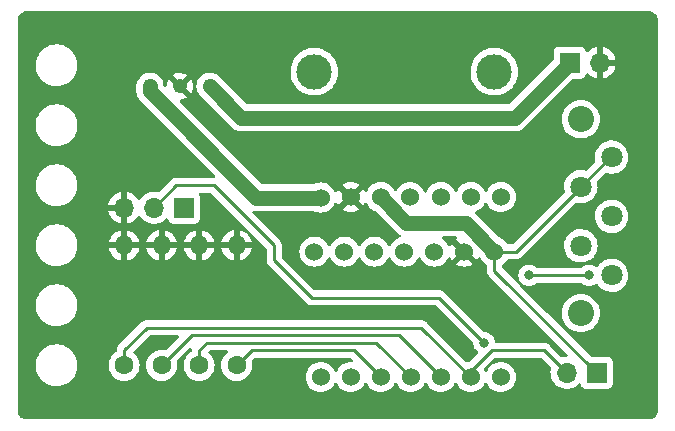
<source format=gbr>
%TF.GenerationSoftware,KiCad,Pcbnew,6.0.11-2627ca5db0~126~ubuntu22.04.1*%
%TF.CreationDate,2024-03-24T13:08:40-07:00*%
%TF.ProjectId,prototype-knob,70726f74-6f74-4797-9065-2d6b6e6f622e,rev?*%
%TF.SameCoordinates,Original*%
%TF.FileFunction,Copper,L1,Top*%
%TF.FilePolarity,Positive*%
%FSLAX46Y46*%
G04 Gerber Fmt 4.6, Leading zero omitted, Abs format (unit mm)*
G04 Created by KiCad (PCBNEW 6.0.11-2627ca5db0~126~ubuntu22.04.1) date 2024-03-24 13:08:40*
%MOMM*%
%LPD*%
G01*
G04 APERTURE LIST*
%TA.AperFunction,ComponentPad*%
%ADD10C,1.219200*%
%TD*%
%TA.AperFunction,ComponentPad*%
%ADD11C,1.524000*%
%TD*%
%TA.AperFunction,WasherPad*%
%ADD12C,3.000000*%
%TD*%
%TA.AperFunction,ComponentPad*%
%ADD13C,1.803400*%
%TD*%
%TA.AperFunction,ComponentPad*%
%ADD14C,2.209800*%
%TD*%
%TA.AperFunction,ComponentPad*%
%ADD15O,1.600000X1.600000*%
%TD*%
%TA.AperFunction,ComponentPad*%
%ADD16C,1.600000*%
%TD*%
%TA.AperFunction,ComponentPad*%
%ADD17R,1.700000X1.700000*%
%TD*%
%TA.AperFunction,ComponentPad*%
%ADD18O,1.700000X1.700000*%
%TD*%
%TA.AperFunction,ViaPad*%
%ADD19C,0.800000*%
%TD*%
%TA.AperFunction,Conductor*%
%ADD20C,0.250000*%
%TD*%
%TA.AperFunction,Conductor*%
%ADD21C,1.270000*%
%TD*%
G04 APERTURE END LIST*
D10*
%TO.P,U4,1,+VIN*%
%TO.N,Net-(J3-Pad1)*%
X-34000000Y16000000D03*
%TO.P,U4,2,GND*%
%TO.N,GND*%
X-36540000Y16000000D03*
%TO.P,U4,3,+VOUT*%
%TO.N,Net-(U3-Pad14)*%
X-39080000Y16000000D03*
%TD*%
D11*
%TO.P,U3,1,GPIO18*%
%TO.N,Net-(U2-Pad4)*%
X-24620000Y-8620000D03*
%TO.P,U3,2,GPIO17*%
%TO.N,Net-(U2-Pad3)*%
X-22080000Y-8620000D03*
%TO.P,U3,3,GPIO9*%
%TO.N,/CHAN_B*%
X-19540000Y-8620000D03*
%TO.P,U3,4,GPIO8*%
%TO.N,/CHAN_A*%
X-17000000Y-8620000D03*
%TO.P,U3,5,GPIO7*%
%TO.N,/BUTTON*%
X-14460000Y-8620000D03*
%TO.P,U3,6,GPIO6*%
%TO.N,/LEADER*%
X-11920000Y-8620000D03*
%TO.P,U3,7,GPIO5*%
%TO.N,/UART_TX*%
X-9380000Y-8620000D03*
%TO.P,U3,8,GPIO16*%
%TO.N,/UART_RX*%
X-9380000Y6620000D03*
%TO.P,U3,9,GPIO36*%
%TO.N,unconnected-(U3-Pad9)*%
X-11920000Y6620000D03*
%TO.P,U3,10,GPIO37*%
%TO.N,unconnected-(U3-Pad10)*%
X-14460000Y6620000D03*
%TO.P,U3,11,GPIO35*%
%TO.N,unconnected-(U3-Pad11)*%
X-17060381Y6608086D03*
%TO.P,U3,12,3.3V*%
%TO.N,+3V3*%
X-19540000Y6620000D03*
%TO.P,U3,13,GND*%
%TO.N,GND*%
X-22080000Y6620000D03*
%TO.P,U3,14,5V*%
%TO.N,Net-(U3-Pad14)*%
X-24638277Y6577895D03*
%TD*%
D12*
%TO.P,U2,*%
%TO.N,*%
X-9920000Y17240000D03*
X-25160000Y17240000D03*
D11*
%TO.P,U2,1,VCC*%
%TO.N,+3V3*%
X-9920000Y2000000D03*
%TO.P,U2,2,GND*%
%TO.N,GND*%
X-12460000Y2000000D03*
%TO.P,U2,3,RX*%
%TO.N,Net-(U2-Pad3)*%
X-15000000Y2000000D03*
%TO.P,U2,4,TX*%
%TO.N,Net-(U2-Pad4)*%
X-17540000Y2000000D03*
%TO.P,U2,5,SLNT*%
%TO.N,unconnected-(U2-Pad5)*%
X-20080000Y2000000D03*
%TO.P,U2,6,CANH*%
%TO.N,unconnected-(U2-Pad6)*%
X-22620000Y2000000D03*
%TO.P,U2,7,CANL*%
%TO.N,unconnected-(U2-Pad7)*%
X-25160000Y2000000D03*
%TD*%
D13*
%TO.P,U1,1,CHAN_A*%
%TO.N,/CHAN_A*%
X0Y0D03*
%TO.P,U1,2,CHAN_B*%
%TO.N,/CHAN_B*%
X0Y5000000D03*
%TO.P,U1,3,COM*%
%TO.N,+3V3*%
X0Y10000000D03*
%TO.P,U1,4,BTN_D*%
%TO.N,/BUTTON*%
X-2600000Y2500000D03*
%TO.P,U1,5,BTN_E*%
%TO.N,+3V3*%
X-2600000Y7500000D03*
D14*
%TO.P,U1,6*%
%TO.N,N/C*%
X-2600000Y13200002D03*
%TO.P,U1,7*%
X-2600000Y-3200001D03*
%TD*%
D15*
%TO.P,R4,2*%
%TO.N,GND*%
X-41275000Y2540000D03*
D16*
%TO.P,R4,1*%
%TO.N,/LEADER*%
X-41275000Y-7620000D03*
%TD*%
D15*
%TO.P,R3,2*%
%TO.N,GND*%
X-38100000Y2540000D03*
D16*
%TO.P,R3,1*%
%TO.N,/BUTTON*%
X-38100000Y-7620000D03*
%TD*%
D15*
%TO.P,R2,2*%
%TO.N,GND*%
X-34925000Y2540000D03*
D16*
%TO.P,R2,1*%
%TO.N,/CHAN_A*%
X-34925000Y-7620000D03*
%TD*%
D15*
%TO.P,R1,2*%
%TO.N,GND*%
X-31750000Y2540000D03*
D16*
%TO.P,R1,1*%
%TO.N,/CHAN_B*%
X-31750000Y-7620000D03*
%TD*%
D17*
%TO.P,J3,1,Pin_1*%
%TO.N,Net-(J3-Pad1)*%
X-3540000Y18000000D03*
D18*
%TO.P,J3,2,Pin_2*%
%TO.N,GND*%
X-1000000Y18000000D03*
%TD*%
D17*
%TO.P,J2,1,Pin_1*%
%TO.N,+3V3*%
X-1270000Y-8255000D03*
D18*
%TO.P,J2,2,Pin_2*%
%TO.N,/LEADER*%
X-3810000Y-8255000D03*
%TD*%
D17*
%TO.P,J1,1,Pin_1*%
%TO.N,/UART_RX*%
X-36210000Y5715000D03*
D18*
%TO.P,J1,2,Pin_2*%
%TO.N,/UART_TX*%
X-38750000Y5715000D03*
%TO.P,J1,3,Pin_3*%
%TO.N,GND*%
X-41290000Y5715000D03*
%TD*%
D19*
%TO.N,/UART_TX*%
X-10795000Y-5715000D03*
%TO.N,/CHAN_A*%
X-6985000Y0D03*
X-1905000Y0D03*
X-1905000Y0D03*
%TD*%
D20*
%TO.N,/UART_TX*%
X-36845000Y7620000D02*
X-38750000Y5715000D01*
X-33655000Y7620000D02*
X-36845000Y7620000D01*
X-28575000Y1270000D02*
X-28575000Y2540000D01*
X-25400000Y-1905000D02*
X-28575000Y1270000D01*
X-14605000Y-1905000D02*
X-25400000Y-1905000D01*
X-28575000Y2540000D02*
X-33655000Y7620000D01*
X-10795000Y-5715000D02*
X-14605000Y-1905000D01*
D21*
%TO.N,Net-(U3-Pad14)*%
X-39080000Y16000000D02*
X-39080000Y15585000D01*
X-39080000Y15585000D02*
X-30072895Y6577895D01*
X-30072895Y6577895D02*
X-24638277Y6577895D01*
D20*
%TO.N,/LEADER*%
X-3810000Y-8255000D02*
X-5715000Y-6350000D01*
X-5715000Y-6350000D02*
X-10160000Y-6350000D01*
X-10160000Y-6350000D02*
X-11920000Y-8110000D01*
X-11920000Y-8110000D02*
X-11920000Y-8620000D01*
%TO.N,/CHAN_A*%
X-1905000Y0D02*
X-6985000Y0D01*
D21*
%TO.N,Net-(J3-Pad1)*%
X-3540000Y18000000D02*
X-8205000Y13335000D01*
X-8205000Y13335000D02*
X-31335000Y13335000D01*
X-31335000Y13335000D02*
X-34000000Y16000000D01*
%TO.N,+3V3*%
X-9920000Y2000000D02*
X-12365000Y4445000D01*
X-12365000Y4445000D02*
X-17365000Y4445000D01*
X-17365000Y4445000D02*
X-19540000Y6620000D01*
D20*
%TO.N,/CHAN_B*%
X-19540000Y-8620000D02*
X-21810000Y-6350000D01*
X-21810000Y-6350000D02*
X-30480000Y-6350000D01*
X-30480000Y-6350000D02*
X-31750000Y-7620000D01*
%TO.N,/LEADER*%
X-11920000Y-8620000D02*
X-16095000Y-4445000D01*
X-16095000Y-4445000D02*
X-39370000Y-4445000D01*
X-39370000Y-4445000D02*
X-41275000Y-6350000D01*
X-41275000Y-6350000D02*
X-41275000Y-7620000D01*
%TO.N,/BUTTON*%
X-14460000Y-8620000D02*
X-18000000Y-5080000D01*
X-35560000Y-5080000D02*
X-38100000Y-7620000D01*
X-18000000Y-5080000D02*
X-35560000Y-5080000D01*
%TO.N,/CHAN_A*%
X-17000000Y-8620000D02*
X-19905000Y-5715000D01*
X-19905000Y-5715000D02*
X-34290000Y-5715000D01*
X-34290000Y-5715000D02*
X-34925000Y-6350000D01*
X-34925000Y-6350000D02*
X-34925000Y-7620000D01*
%TO.N,+3V3*%
X-2600000Y7500000D02*
X-100000Y10000000D01*
X-100000Y10000000D02*
X0Y10000000D01*
X-9920000Y2000000D02*
X-8100000Y2000000D01*
X-8100000Y2000000D02*
X-2600000Y7500000D01*
X-9920000Y2000000D02*
X-9920000Y395000D01*
X-9920000Y395000D02*
X-1270000Y-8255000D01*
%TD*%
%TA.AperFunction,Conductor*%
%TO.N,GND*%
G36*
X3145018Y22350000D02*
G01*
X3159852Y22347690D01*
X3159855Y22347690D01*
X3168724Y22346309D01*
X3178659Y22347608D01*
X3179746Y22347750D01*
X3208431Y22348207D01*
X3281741Y22340987D01*
X3311212Y22338084D01*
X3335432Y22333267D01*
X3454546Y22297134D01*
X3477355Y22287685D01*
X3587124Y22229013D01*
X3607655Y22215295D01*
X3703876Y22136329D01*
X3721329Y22118876D01*
X3800295Y22022655D01*
X3814013Y22002124D01*
X3872685Y21892355D01*
X3882134Y21869546D01*
X3918267Y21750432D01*
X3923084Y21726211D01*
X3932541Y21630191D01*
X3932091Y21614132D01*
X3932800Y21614123D01*
X3932690Y21605147D01*
X3931309Y21596276D01*
X3932473Y21587374D01*
X3932473Y21587372D01*
X3935436Y21564717D01*
X3936500Y21548379D01*
X3936500Y-11380633D01*
X3935000Y-11400018D01*
X3934269Y-11404717D01*
X3931309Y-11423724D01*
X3932473Y-11432626D01*
X3932750Y-11434746D01*
X3933207Y-11463431D01*
X3925987Y-11536741D01*
X3923084Y-11566212D01*
X3918267Y-11590432D01*
X3882134Y-11709546D01*
X3872685Y-11732355D01*
X3814013Y-11842124D01*
X3800295Y-11862655D01*
X3721329Y-11958876D01*
X3703876Y-11976329D01*
X3607655Y-12055295D01*
X3587124Y-12069013D01*
X3477355Y-12127685D01*
X3454546Y-12137134D01*
X3335432Y-12173267D01*
X3311211Y-12178084D01*
X3215191Y-12187541D01*
X3199132Y-12187091D01*
X3199123Y-12187800D01*
X3190147Y-12187690D01*
X3181276Y-12186309D01*
X3172374Y-12187473D01*
X3172372Y-12187473D01*
X3159856Y-12189110D01*
X3149714Y-12190436D01*
X3133379Y-12191500D01*
X-49480633Y-12191500D01*
X-49500018Y-12190000D01*
X-49514852Y-12187690D01*
X-49514855Y-12187690D01*
X-49523724Y-12186309D01*
X-49533659Y-12187608D01*
X-49534746Y-12187750D01*
X-49563431Y-12188207D01*
X-49632999Y-12181355D01*
X-49666213Y-12178084D01*
X-49690439Y-12173265D01*
X-49749988Y-12155201D01*
X-49809538Y-12137137D01*
X-49832357Y-12127685D01*
X-49942128Y-12069011D01*
X-49962655Y-12055295D01*
X-50058876Y-11976329D01*
X-50076329Y-11958876D01*
X-50155295Y-11862655D01*
X-50169013Y-11842125D01*
X-50169013Y-11842124D01*
X-50227686Y-11732355D01*
X-50237134Y-11709547D01*
X-50273267Y-11590433D01*
X-50278084Y-11566212D01*
X-50287541Y-11470191D01*
X-50287091Y-11454132D01*
X-50287800Y-11454123D01*
X-50287690Y-11445147D01*
X-50286309Y-11436276D01*
X-50289110Y-11414852D01*
X-50290436Y-11404717D01*
X-50291500Y-11388379D01*
X-50291500Y-7727655D01*
X-48750142Y-7727655D01*
X-48714896Y-7986638D01*
X-48713588Y-7991124D01*
X-48713588Y-7991126D01*
X-48693902Y-8058664D01*
X-48641757Y-8237567D01*
X-48532332Y-8474928D01*
X-48529769Y-8478837D01*
X-48391590Y-8689596D01*
X-48391586Y-8689601D01*
X-48389024Y-8693509D01*
X-48214982Y-8888506D01*
X-48014030Y-9055637D01*
X-48010027Y-9058066D01*
X-47794578Y-9188804D01*
X-47794574Y-9188806D01*
X-47790581Y-9191229D01*
X-47549545Y-9292303D01*
X-47296217Y-9356641D01*
X-47291566Y-9357109D01*
X-47291562Y-9357110D01*
X-47147340Y-9371632D01*
X-47079133Y-9378500D01*
X-46923646Y-9378500D01*
X-46921321Y-9378327D01*
X-46921315Y-9378327D01*
X-46734000Y-9364407D01*
X-46733996Y-9364406D01*
X-46729348Y-9364061D01*
X-46724800Y-9363032D01*
X-46724794Y-9363031D01*
X-46538399Y-9320853D01*
X-46474423Y-9306377D01*
X-46470069Y-9304684D01*
X-46235176Y-9213340D01*
X-46235173Y-9213339D01*
X-46230823Y-9211647D01*
X-46214360Y-9202238D01*
X-46134390Y-9156531D01*
X-46003902Y-9081951D01*
X-45798643Y-8920138D01*
X-45619557Y-8729763D01*
X-45470576Y-8515009D01*
X-45445569Y-8464300D01*
X-45357040Y-8284781D01*
X-45357039Y-8284778D01*
X-45354975Y-8280593D01*
X-45325692Y-8189114D01*
X-45276720Y-8036123D01*
X-45275293Y-8031665D01*
X-45233279Y-7773693D01*
X-45231267Y-7620000D01*
X-42588498Y-7620000D01*
X-42568543Y-7848087D01*
X-42567119Y-7853400D01*
X-42567119Y-7853402D01*
X-42544741Y-7936915D01*
X-42509284Y-8069243D01*
X-42506961Y-8074224D01*
X-42506961Y-8074225D01*
X-42414849Y-8271762D01*
X-42414846Y-8271767D01*
X-42412523Y-8276749D01*
X-42403792Y-8289218D01*
X-42298530Y-8439547D01*
X-42281198Y-8464300D01*
X-42119300Y-8626198D01*
X-42114792Y-8629355D01*
X-42114789Y-8629357D01*
X-42074459Y-8657596D01*
X-41931749Y-8757523D01*
X-41926767Y-8759846D01*
X-41926762Y-8759849D01*
X-41763488Y-8835984D01*
X-41724243Y-8854284D01*
X-41718935Y-8855706D01*
X-41718933Y-8855707D01*
X-41508402Y-8912119D01*
X-41508400Y-8912119D01*
X-41503087Y-8913543D01*
X-41275000Y-8933498D01*
X-41046913Y-8913543D01*
X-41041600Y-8912119D01*
X-41041598Y-8912119D01*
X-40831067Y-8855707D01*
X-40831065Y-8855706D01*
X-40825757Y-8854284D01*
X-40786512Y-8835984D01*
X-40623238Y-8759849D01*
X-40623233Y-8759846D01*
X-40618251Y-8757523D01*
X-40475541Y-8657596D01*
X-40435211Y-8629357D01*
X-40435208Y-8629355D01*
X-40430700Y-8626198D01*
X-40268802Y-8464300D01*
X-40251469Y-8439547D01*
X-40146208Y-8289218D01*
X-40137477Y-8276749D01*
X-40135154Y-8271767D01*
X-40135151Y-8271762D01*
X-40043039Y-8074225D01*
X-40043039Y-8074224D01*
X-40040716Y-8069243D01*
X-40005258Y-7936915D01*
X-39982881Y-7853402D01*
X-39982881Y-7853400D01*
X-39981457Y-7848087D01*
X-39961502Y-7620000D01*
X-39981457Y-7391913D01*
X-39982883Y-7386591D01*
X-40039293Y-7176067D01*
X-40039294Y-7176065D01*
X-40040716Y-7170757D01*
X-40057290Y-7135213D01*
X-40135151Y-6968238D01*
X-40135154Y-6968233D01*
X-40137477Y-6963251D01*
X-40268802Y-6775700D01*
X-40430700Y-6613802D01*
X-40435211Y-6610643D01*
X-40439424Y-6607108D01*
X-40438106Y-6605537D01*
X-40476841Y-6557059D01*
X-40484136Y-6486438D01*
X-40449327Y-6420231D01*
X-39829481Y-5800386D01*
X-39144500Y-5115405D01*
X-39082188Y-5081379D01*
X-39055405Y-5078500D01*
X-36758595Y-5078500D01*
X-36690474Y-5098502D01*
X-36643981Y-5152158D01*
X-36633877Y-5222432D01*
X-36663371Y-5287012D01*
X-36669500Y-5293595D01*
X-37686753Y-6310848D01*
X-37749065Y-6344874D01*
X-37808458Y-6343460D01*
X-37871913Y-6326457D01*
X-38100000Y-6306502D01*
X-38328087Y-6326457D01*
X-38333400Y-6327881D01*
X-38333402Y-6327881D01*
X-38543933Y-6384293D01*
X-38543935Y-6384294D01*
X-38549243Y-6385716D01*
X-38554224Y-6388039D01*
X-38554225Y-6388039D01*
X-38751762Y-6480151D01*
X-38751767Y-6480154D01*
X-38756749Y-6482477D01*
X-38861611Y-6555902D01*
X-38939789Y-6610643D01*
X-38939792Y-6610645D01*
X-38944300Y-6613802D01*
X-39106198Y-6775700D01*
X-39237523Y-6963251D01*
X-39239846Y-6968233D01*
X-39239849Y-6968238D01*
X-39317710Y-7135213D01*
X-39334284Y-7170757D01*
X-39335706Y-7176065D01*
X-39335707Y-7176067D01*
X-39392117Y-7386591D01*
X-39393543Y-7391913D01*
X-39413498Y-7620000D01*
X-39393543Y-7848087D01*
X-39392119Y-7853400D01*
X-39392119Y-7853402D01*
X-39369741Y-7936915D01*
X-39334284Y-8069243D01*
X-39331961Y-8074224D01*
X-39331961Y-8074225D01*
X-39239849Y-8271762D01*
X-39239846Y-8271767D01*
X-39237523Y-8276749D01*
X-39228792Y-8289218D01*
X-39123530Y-8439547D01*
X-39106198Y-8464300D01*
X-38944300Y-8626198D01*
X-38939792Y-8629355D01*
X-38939789Y-8629357D01*
X-38899459Y-8657596D01*
X-38756749Y-8757523D01*
X-38751767Y-8759846D01*
X-38751762Y-8759849D01*
X-38588488Y-8835984D01*
X-38549243Y-8854284D01*
X-38543935Y-8855706D01*
X-38543933Y-8855707D01*
X-38333402Y-8912119D01*
X-38333400Y-8912119D01*
X-38328087Y-8913543D01*
X-38100000Y-8933498D01*
X-37871913Y-8913543D01*
X-37866600Y-8912119D01*
X-37866598Y-8912119D01*
X-37656067Y-8855707D01*
X-37656065Y-8855706D01*
X-37650757Y-8854284D01*
X-37611512Y-8835984D01*
X-37448238Y-8759849D01*
X-37448233Y-8759846D01*
X-37443251Y-8757523D01*
X-37300541Y-8657596D01*
X-37260211Y-8629357D01*
X-37260208Y-8629355D01*
X-37255700Y-8626198D01*
X-37093802Y-8464300D01*
X-37076469Y-8439547D01*
X-36971208Y-8289218D01*
X-36962477Y-8276749D01*
X-36960154Y-8271767D01*
X-36960151Y-8271762D01*
X-36868039Y-8074225D01*
X-36868039Y-8074224D01*
X-36865716Y-8069243D01*
X-36830258Y-7936915D01*
X-36807881Y-7853402D01*
X-36807881Y-7853400D01*
X-36806457Y-7848087D01*
X-36786502Y-7620000D01*
X-36806457Y-7391913D01*
X-36807881Y-7386598D01*
X-36807882Y-7386591D01*
X-36823459Y-7328459D01*
X-36821770Y-7257483D01*
X-36790848Y-7206752D01*
X-35773595Y-6189499D01*
X-35711283Y-6155473D01*
X-35640468Y-6160538D01*
X-35583632Y-6203085D01*
X-35558821Y-6269605D01*
X-35558500Y-6278594D01*
X-35558500Y-6290224D01*
X-35560051Y-6309934D01*
X-35563220Y-6329943D01*
X-35562474Y-6337835D01*
X-35559059Y-6373961D01*
X-35558500Y-6385819D01*
X-35558500Y-6400606D01*
X-35578502Y-6468727D01*
X-35612229Y-6503819D01*
X-35764789Y-6610643D01*
X-35764792Y-6610645D01*
X-35769300Y-6613802D01*
X-35931198Y-6775700D01*
X-36062523Y-6963251D01*
X-36064846Y-6968233D01*
X-36064849Y-6968238D01*
X-36142710Y-7135213D01*
X-36159284Y-7170757D01*
X-36160706Y-7176065D01*
X-36160707Y-7176067D01*
X-36217117Y-7386591D01*
X-36218543Y-7391913D01*
X-36238498Y-7620000D01*
X-36218543Y-7848087D01*
X-36217119Y-7853400D01*
X-36217119Y-7853402D01*
X-36194741Y-7936915D01*
X-36159284Y-8069243D01*
X-36156961Y-8074224D01*
X-36156961Y-8074225D01*
X-36064849Y-8271762D01*
X-36064846Y-8271767D01*
X-36062523Y-8276749D01*
X-36053792Y-8289218D01*
X-35948530Y-8439547D01*
X-35931198Y-8464300D01*
X-35769300Y-8626198D01*
X-35764792Y-8629355D01*
X-35764789Y-8629357D01*
X-35724459Y-8657596D01*
X-35581749Y-8757523D01*
X-35576767Y-8759846D01*
X-35576762Y-8759849D01*
X-35413488Y-8835984D01*
X-35374243Y-8854284D01*
X-35368935Y-8855706D01*
X-35368933Y-8855707D01*
X-35158402Y-8912119D01*
X-35158400Y-8912119D01*
X-35153087Y-8913543D01*
X-34925000Y-8933498D01*
X-34696913Y-8913543D01*
X-34691600Y-8912119D01*
X-34691598Y-8912119D01*
X-34481067Y-8855707D01*
X-34481065Y-8855706D01*
X-34475757Y-8854284D01*
X-34436512Y-8835984D01*
X-34273238Y-8759849D01*
X-34273233Y-8759846D01*
X-34268251Y-8757523D01*
X-34125541Y-8657596D01*
X-34085211Y-8629357D01*
X-34085208Y-8629355D01*
X-34080700Y-8626198D01*
X-33918802Y-8464300D01*
X-33901469Y-8439547D01*
X-33796208Y-8289218D01*
X-33787477Y-8276749D01*
X-33785154Y-8271767D01*
X-33785151Y-8271762D01*
X-33693039Y-8074225D01*
X-33693039Y-8074224D01*
X-33690716Y-8069243D01*
X-33655258Y-7936915D01*
X-33632881Y-7853402D01*
X-33632881Y-7853400D01*
X-33631457Y-7848087D01*
X-33611502Y-7620000D01*
X-33631457Y-7391913D01*
X-33632883Y-7386591D01*
X-33689293Y-7176067D01*
X-33689294Y-7176065D01*
X-33690716Y-7170757D01*
X-33707290Y-7135213D01*
X-33785151Y-6968238D01*
X-33785154Y-6968233D01*
X-33787477Y-6963251D01*
X-33918802Y-6775700D01*
X-34080700Y-6613802D01*
X-34085211Y-6610643D01*
X-34089424Y-6607108D01*
X-34088106Y-6605537D01*
X-34126841Y-6557059D01*
X-34134136Y-6486438D01*
X-34099327Y-6420231D01*
X-34064501Y-6385405D01*
X-34002189Y-6351379D01*
X-33975406Y-6348500D01*
X-32615031Y-6348500D01*
X-32546910Y-6368502D01*
X-32500417Y-6422158D01*
X-32490313Y-6492432D01*
X-32519807Y-6557012D01*
X-32542760Y-6577713D01*
X-32589789Y-6610643D01*
X-32589792Y-6610645D01*
X-32594300Y-6613802D01*
X-32756198Y-6775700D01*
X-32887523Y-6963251D01*
X-32889846Y-6968233D01*
X-32889849Y-6968238D01*
X-32967710Y-7135213D01*
X-32984284Y-7170757D01*
X-32985706Y-7176065D01*
X-32985707Y-7176067D01*
X-33042117Y-7386591D01*
X-33043543Y-7391913D01*
X-33063498Y-7620000D01*
X-33043543Y-7848087D01*
X-33042119Y-7853400D01*
X-33042119Y-7853402D01*
X-33019741Y-7936915D01*
X-32984284Y-8069243D01*
X-32981961Y-8074224D01*
X-32981961Y-8074225D01*
X-32889849Y-8271762D01*
X-32889846Y-8271767D01*
X-32887523Y-8276749D01*
X-32878792Y-8289218D01*
X-32773530Y-8439547D01*
X-32756198Y-8464300D01*
X-32594300Y-8626198D01*
X-32589792Y-8629355D01*
X-32589789Y-8629357D01*
X-32549459Y-8657596D01*
X-32406749Y-8757523D01*
X-32401767Y-8759846D01*
X-32401762Y-8759849D01*
X-32238488Y-8835984D01*
X-32199243Y-8854284D01*
X-32193935Y-8855706D01*
X-32193933Y-8855707D01*
X-31983402Y-8912119D01*
X-31983400Y-8912119D01*
X-31978087Y-8913543D01*
X-31750000Y-8933498D01*
X-31521913Y-8913543D01*
X-31516600Y-8912119D01*
X-31516598Y-8912119D01*
X-31306067Y-8855707D01*
X-31306065Y-8855706D01*
X-31300757Y-8854284D01*
X-31261512Y-8835984D01*
X-31098238Y-8759849D01*
X-31098233Y-8759846D01*
X-31093251Y-8757523D01*
X-30950541Y-8657596D01*
X-30910211Y-8629357D01*
X-30910208Y-8629355D01*
X-30905700Y-8626198D01*
X-30743802Y-8464300D01*
X-30726469Y-8439547D01*
X-30621208Y-8289218D01*
X-30612477Y-8276749D01*
X-30610154Y-8271767D01*
X-30610151Y-8271762D01*
X-30518039Y-8074225D01*
X-30518039Y-8074224D01*
X-30515716Y-8069243D01*
X-30480258Y-7936915D01*
X-30457881Y-7853402D01*
X-30457881Y-7853400D01*
X-30456457Y-7848087D01*
X-30436502Y-7620000D01*
X-30456457Y-7391913D01*
X-30457881Y-7386598D01*
X-30457882Y-7386591D01*
X-30473459Y-7328459D01*
X-30471770Y-7257483D01*
X-30440848Y-7206752D01*
X-30254501Y-7020405D01*
X-30192189Y-6986379D01*
X-30165406Y-6983500D01*
X-22124594Y-6983500D01*
X-22056473Y-7003502D01*
X-22035499Y-7020405D01*
X-21920691Y-7135213D01*
X-21886665Y-7197525D01*
X-21891730Y-7268340D01*
X-21934277Y-7325176D01*
X-22000797Y-7349987D01*
X-22020767Y-7349829D01*
X-22074525Y-7345126D01*
X-22080000Y-7344647D01*
X-22301463Y-7364022D01*
X-22410781Y-7393314D01*
X-22510886Y-7420137D01*
X-22510888Y-7420138D01*
X-22516196Y-7421560D01*
X-22521177Y-7423882D01*
X-22521178Y-7423883D01*
X-22712689Y-7513186D01*
X-22712694Y-7513189D01*
X-22717676Y-7515512D01*
X-22722183Y-7518668D01*
X-22722185Y-7518669D01*
X-22895270Y-7639864D01*
X-22895273Y-7639866D01*
X-22899781Y-7643023D01*
X-23056977Y-7800219D01*
X-23060134Y-7804727D01*
X-23060136Y-7804730D01*
X-23181331Y-7977815D01*
X-23184488Y-7982324D01*
X-23186811Y-7987306D01*
X-23186814Y-7987311D01*
X-23235805Y-8092373D01*
X-23282723Y-8145658D01*
X-23351000Y-8165119D01*
X-23418960Y-8144577D01*
X-23464195Y-8092373D01*
X-23513186Y-7987311D01*
X-23513189Y-7987306D01*
X-23515512Y-7982324D01*
X-23518669Y-7977815D01*
X-23639864Y-7804730D01*
X-23639866Y-7804727D01*
X-23643023Y-7800219D01*
X-23800219Y-7643023D01*
X-23804727Y-7639866D01*
X-23804730Y-7639864D01*
X-23880495Y-7586813D01*
X-23982323Y-7515512D01*
X-23987305Y-7513189D01*
X-23987310Y-7513186D01*
X-24178822Y-7423883D01*
X-24178823Y-7423882D01*
X-24183804Y-7421560D01*
X-24189112Y-7420138D01*
X-24189114Y-7420137D01*
X-24289219Y-7393314D01*
X-24398537Y-7364022D01*
X-24620000Y-7344647D01*
X-24841463Y-7364022D01*
X-24950781Y-7393314D01*
X-25050886Y-7420137D01*
X-25050888Y-7420138D01*
X-25056196Y-7421560D01*
X-25061177Y-7423882D01*
X-25061178Y-7423883D01*
X-25252689Y-7513186D01*
X-25252694Y-7513189D01*
X-25257676Y-7515512D01*
X-25262183Y-7518668D01*
X-25262185Y-7518669D01*
X-25435270Y-7639864D01*
X-25435273Y-7639866D01*
X-25439781Y-7643023D01*
X-25596977Y-7800219D01*
X-25600134Y-7804727D01*
X-25600136Y-7804730D01*
X-25721331Y-7977815D01*
X-25724488Y-7982324D01*
X-25726811Y-7987306D01*
X-25726814Y-7987311D01*
X-25775805Y-8092373D01*
X-25818440Y-8183804D01*
X-25875978Y-8398537D01*
X-25895353Y-8620000D01*
X-25875978Y-8841463D01*
X-25818440Y-9056196D01*
X-25816118Y-9061177D01*
X-25816117Y-9061178D01*
X-25726814Y-9252689D01*
X-25726811Y-9252694D01*
X-25724488Y-9257676D01*
X-25721332Y-9262183D01*
X-25721331Y-9262185D01*
X-25606699Y-9425896D01*
X-25596977Y-9439781D01*
X-25439781Y-9596977D01*
X-25435273Y-9600134D01*
X-25435270Y-9600136D01*
X-25416711Y-9613131D01*
X-25257677Y-9724488D01*
X-25252695Y-9726811D01*
X-25252690Y-9726814D01*
X-25061178Y-9816117D01*
X-25056196Y-9818440D01*
X-25050888Y-9819862D01*
X-25050886Y-9819863D01*
X-24985051Y-9837503D01*
X-24841463Y-9875978D01*
X-24620000Y-9895353D01*
X-24398537Y-9875978D01*
X-24254949Y-9837503D01*
X-24189114Y-9819863D01*
X-24189112Y-9819862D01*
X-24183804Y-9818440D01*
X-24178822Y-9816117D01*
X-23987310Y-9726814D01*
X-23987305Y-9726811D01*
X-23982323Y-9724488D01*
X-23823289Y-9613131D01*
X-23804730Y-9600136D01*
X-23804727Y-9600134D01*
X-23800219Y-9596977D01*
X-23643023Y-9439781D01*
X-23633300Y-9425896D01*
X-23518669Y-9262185D01*
X-23518668Y-9262183D01*
X-23515512Y-9257676D01*
X-23513189Y-9252694D01*
X-23513186Y-9252689D01*
X-23464195Y-9147627D01*
X-23417277Y-9094342D01*
X-23349000Y-9074881D01*
X-23281040Y-9095423D01*
X-23235805Y-9147627D01*
X-23186814Y-9252689D01*
X-23186811Y-9252694D01*
X-23184488Y-9257676D01*
X-23181332Y-9262183D01*
X-23181331Y-9262185D01*
X-23066699Y-9425896D01*
X-23056977Y-9439781D01*
X-22899781Y-9596977D01*
X-22895273Y-9600134D01*
X-22895270Y-9600136D01*
X-22876711Y-9613131D01*
X-22717677Y-9724488D01*
X-22712695Y-9726811D01*
X-22712690Y-9726814D01*
X-22521178Y-9816117D01*
X-22516196Y-9818440D01*
X-22510888Y-9819862D01*
X-22510886Y-9819863D01*
X-22445051Y-9837503D01*
X-22301463Y-9875978D01*
X-22080000Y-9895353D01*
X-21858537Y-9875978D01*
X-21714949Y-9837503D01*
X-21649114Y-9819863D01*
X-21649112Y-9819862D01*
X-21643804Y-9818440D01*
X-21638822Y-9816117D01*
X-21447310Y-9726814D01*
X-21447305Y-9726811D01*
X-21442323Y-9724488D01*
X-21283289Y-9613131D01*
X-21264730Y-9600136D01*
X-21264727Y-9600134D01*
X-21260219Y-9596977D01*
X-21103023Y-9439781D01*
X-21093300Y-9425896D01*
X-20978669Y-9262185D01*
X-20978668Y-9262183D01*
X-20975512Y-9257676D01*
X-20973189Y-9252694D01*
X-20973186Y-9252689D01*
X-20924195Y-9147627D01*
X-20877277Y-9094342D01*
X-20809000Y-9074881D01*
X-20741040Y-9095423D01*
X-20695805Y-9147627D01*
X-20646814Y-9252689D01*
X-20646811Y-9252694D01*
X-20644488Y-9257676D01*
X-20641332Y-9262183D01*
X-20641331Y-9262185D01*
X-20526699Y-9425896D01*
X-20516977Y-9439781D01*
X-20359781Y-9596977D01*
X-20355273Y-9600134D01*
X-20355270Y-9600136D01*
X-20336711Y-9613131D01*
X-20177677Y-9724488D01*
X-20172695Y-9726811D01*
X-20172690Y-9726814D01*
X-19981178Y-9816117D01*
X-19976196Y-9818440D01*
X-19970888Y-9819862D01*
X-19970886Y-9819863D01*
X-19905051Y-9837503D01*
X-19761463Y-9875978D01*
X-19540000Y-9895353D01*
X-19318537Y-9875978D01*
X-19174949Y-9837503D01*
X-19109114Y-9819863D01*
X-19109112Y-9819862D01*
X-19103804Y-9818440D01*
X-19098822Y-9816117D01*
X-18907310Y-9726814D01*
X-18907305Y-9726811D01*
X-18902323Y-9724488D01*
X-18743289Y-9613131D01*
X-18724730Y-9600136D01*
X-18724727Y-9600134D01*
X-18720219Y-9596977D01*
X-18563023Y-9439781D01*
X-18553300Y-9425896D01*
X-18438669Y-9262185D01*
X-18438668Y-9262183D01*
X-18435512Y-9257676D01*
X-18433189Y-9252694D01*
X-18433186Y-9252689D01*
X-18384195Y-9147627D01*
X-18337277Y-9094342D01*
X-18269000Y-9074881D01*
X-18201040Y-9095423D01*
X-18155805Y-9147627D01*
X-18106814Y-9252689D01*
X-18106811Y-9252694D01*
X-18104488Y-9257676D01*
X-18101332Y-9262183D01*
X-18101331Y-9262185D01*
X-17986699Y-9425896D01*
X-17976977Y-9439781D01*
X-17819781Y-9596977D01*
X-17815273Y-9600134D01*
X-17815270Y-9600136D01*
X-17796711Y-9613131D01*
X-17637677Y-9724488D01*
X-17632695Y-9726811D01*
X-17632690Y-9726814D01*
X-17441178Y-9816117D01*
X-17436196Y-9818440D01*
X-17430888Y-9819862D01*
X-17430886Y-9819863D01*
X-17365051Y-9837503D01*
X-17221463Y-9875978D01*
X-17000000Y-9895353D01*
X-16778537Y-9875978D01*
X-16634949Y-9837503D01*
X-16569114Y-9819863D01*
X-16569112Y-9819862D01*
X-16563804Y-9818440D01*
X-16558822Y-9816117D01*
X-16367310Y-9726814D01*
X-16367305Y-9726811D01*
X-16362323Y-9724488D01*
X-16203289Y-9613131D01*
X-16184730Y-9600136D01*
X-16184727Y-9600134D01*
X-16180219Y-9596977D01*
X-16023023Y-9439781D01*
X-16013300Y-9425896D01*
X-15898669Y-9262185D01*
X-15898668Y-9262183D01*
X-15895512Y-9257676D01*
X-15893189Y-9252694D01*
X-15893186Y-9252689D01*
X-15844195Y-9147627D01*
X-15797277Y-9094342D01*
X-15729000Y-9074881D01*
X-15661040Y-9095423D01*
X-15615805Y-9147627D01*
X-15566814Y-9252689D01*
X-15566811Y-9252694D01*
X-15564488Y-9257676D01*
X-15561332Y-9262183D01*
X-15561331Y-9262185D01*
X-15446699Y-9425896D01*
X-15436977Y-9439781D01*
X-15279781Y-9596977D01*
X-15275273Y-9600134D01*
X-15275270Y-9600136D01*
X-15256711Y-9613131D01*
X-15097677Y-9724488D01*
X-15092695Y-9726811D01*
X-15092690Y-9726814D01*
X-14901178Y-9816117D01*
X-14896196Y-9818440D01*
X-14890888Y-9819862D01*
X-14890886Y-9819863D01*
X-14825051Y-9837503D01*
X-14681463Y-9875978D01*
X-14460000Y-9895353D01*
X-14238537Y-9875978D01*
X-14094949Y-9837503D01*
X-14029114Y-9819863D01*
X-14029112Y-9819862D01*
X-14023804Y-9818440D01*
X-14018822Y-9816117D01*
X-13827310Y-9726814D01*
X-13827305Y-9726811D01*
X-13822323Y-9724488D01*
X-13663289Y-9613131D01*
X-13644730Y-9600136D01*
X-13644727Y-9600134D01*
X-13640219Y-9596977D01*
X-13483023Y-9439781D01*
X-13473300Y-9425896D01*
X-13358669Y-9262185D01*
X-13358668Y-9262183D01*
X-13355512Y-9257676D01*
X-13353189Y-9252694D01*
X-13353186Y-9252689D01*
X-13304195Y-9147627D01*
X-13257277Y-9094342D01*
X-13189000Y-9074881D01*
X-13121040Y-9095423D01*
X-13075805Y-9147627D01*
X-13026814Y-9252689D01*
X-13026811Y-9252694D01*
X-13024488Y-9257676D01*
X-13021332Y-9262183D01*
X-13021331Y-9262185D01*
X-12906699Y-9425896D01*
X-12896977Y-9439781D01*
X-12739781Y-9596977D01*
X-12735273Y-9600134D01*
X-12735270Y-9600136D01*
X-12716711Y-9613131D01*
X-12557677Y-9724488D01*
X-12552695Y-9726811D01*
X-12552690Y-9726814D01*
X-12361178Y-9816117D01*
X-12356196Y-9818440D01*
X-12350888Y-9819862D01*
X-12350886Y-9819863D01*
X-12285051Y-9837503D01*
X-12141463Y-9875978D01*
X-11920000Y-9895353D01*
X-11698537Y-9875978D01*
X-11554949Y-9837503D01*
X-11489114Y-9819863D01*
X-11489112Y-9819862D01*
X-11483804Y-9818440D01*
X-11478822Y-9816117D01*
X-11287310Y-9726814D01*
X-11287305Y-9726811D01*
X-11282323Y-9724488D01*
X-11123289Y-9613131D01*
X-11104730Y-9600136D01*
X-11104727Y-9600134D01*
X-11100219Y-9596977D01*
X-10943023Y-9439781D01*
X-10933300Y-9425896D01*
X-10818669Y-9262185D01*
X-10818668Y-9262183D01*
X-10815512Y-9257676D01*
X-10813189Y-9252694D01*
X-10813186Y-9252689D01*
X-10764195Y-9147627D01*
X-10717277Y-9094342D01*
X-10649000Y-9074881D01*
X-10581040Y-9095423D01*
X-10535805Y-9147627D01*
X-10486814Y-9252689D01*
X-10486811Y-9252694D01*
X-10484488Y-9257676D01*
X-10481332Y-9262183D01*
X-10481331Y-9262185D01*
X-10366699Y-9425896D01*
X-10356977Y-9439781D01*
X-10199781Y-9596977D01*
X-10195273Y-9600134D01*
X-10195270Y-9600136D01*
X-10176711Y-9613131D01*
X-10017677Y-9724488D01*
X-10012695Y-9726811D01*
X-10012690Y-9726814D01*
X-9821178Y-9816117D01*
X-9816196Y-9818440D01*
X-9810888Y-9819862D01*
X-9810886Y-9819863D01*
X-9745051Y-9837503D01*
X-9601463Y-9875978D01*
X-9380000Y-9895353D01*
X-9158537Y-9875978D01*
X-9014949Y-9837503D01*
X-8949114Y-9819863D01*
X-8949112Y-9819862D01*
X-8943804Y-9818440D01*
X-8938822Y-9816117D01*
X-8747310Y-9726814D01*
X-8747305Y-9726811D01*
X-8742323Y-9724488D01*
X-8583289Y-9613131D01*
X-8564730Y-9600136D01*
X-8564727Y-9600134D01*
X-8560219Y-9596977D01*
X-8403023Y-9439781D01*
X-8393300Y-9425896D01*
X-8278669Y-9262185D01*
X-8278668Y-9262183D01*
X-8275512Y-9257676D01*
X-8273189Y-9252694D01*
X-8273186Y-9252689D01*
X-8183883Y-9061178D01*
X-8183882Y-9061177D01*
X-8181560Y-9056196D01*
X-8124022Y-8841463D01*
X-8104647Y-8620000D01*
X-8124022Y-8398537D01*
X-8181560Y-8183804D01*
X-8224195Y-8092373D01*
X-8273186Y-7987311D01*
X-8273189Y-7987306D01*
X-8275512Y-7982324D01*
X-8278669Y-7977815D01*
X-8399864Y-7804730D01*
X-8399866Y-7804727D01*
X-8403023Y-7800219D01*
X-8560219Y-7643023D01*
X-8564727Y-7639866D01*
X-8564730Y-7639864D01*
X-8640495Y-7586813D01*
X-8742323Y-7515512D01*
X-8747305Y-7513189D01*
X-8747310Y-7513186D01*
X-8938822Y-7423883D01*
X-8938823Y-7423882D01*
X-8943804Y-7421560D01*
X-8949112Y-7420138D01*
X-8949114Y-7420137D01*
X-9049219Y-7393314D01*
X-9158537Y-7364022D01*
X-9380000Y-7344647D01*
X-9601463Y-7364022D01*
X-9710781Y-7393314D01*
X-9810886Y-7420137D01*
X-9810888Y-7420138D01*
X-9816196Y-7421560D01*
X-9821177Y-7423882D01*
X-9821178Y-7423883D01*
X-10012689Y-7513186D01*
X-10012694Y-7513189D01*
X-10017676Y-7515512D01*
X-10022183Y-7518668D01*
X-10022185Y-7518669D01*
X-10195270Y-7639864D01*
X-10195273Y-7639866D01*
X-10199781Y-7643023D01*
X-10356977Y-7800219D01*
X-10360134Y-7804727D01*
X-10360136Y-7804730D01*
X-10481331Y-7977815D01*
X-10484488Y-7982324D01*
X-10486811Y-7987306D01*
X-10486814Y-7987311D01*
X-10535805Y-8092373D01*
X-10582723Y-8145658D01*
X-10651000Y-8165119D01*
X-10718960Y-8144577D01*
X-10764195Y-8092373D01*
X-10803956Y-8007106D01*
X-10814617Y-7936915D01*
X-10785637Y-7872102D01*
X-10778856Y-7864760D01*
X-9934499Y-7020404D01*
X-9872187Y-6986379D01*
X-9845404Y-6983500D01*
X-6029594Y-6983500D01*
X-5961473Y-7003502D01*
X-5940499Y-7020405D01*
X-5160222Y-7800682D01*
X-5126196Y-7862994D01*
X-5127900Y-7923448D01*
X-5149011Y-7999570D01*
X-5149559Y-8004700D01*
X-5149560Y-8004704D01*
X-5155889Y-8063933D01*
X-5172749Y-8221695D01*
X-5172452Y-8226848D01*
X-5172452Y-8226851D01*
X-5169575Y-8276749D01*
X-5159890Y-8444715D01*
X-5158753Y-8449761D01*
X-5158752Y-8449767D01*
X-5134696Y-8556508D01*
X-5110778Y-8662639D01*
X-5098243Y-8693509D01*
X-5040390Y-8835984D01*
X-5026734Y-8869616D01*
X-4910013Y-9060088D01*
X-4763750Y-9228938D01*
X-4591874Y-9371632D01*
X-4399000Y-9484338D01*
X-4190308Y-9564030D01*
X-4185240Y-9565061D01*
X-4185237Y-9565062D01*
X-4077983Y-9586883D01*
X-3971403Y-9608567D01*
X-3966228Y-9608757D01*
X-3966226Y-9608757D01*
X-3753327Y-9616564D01*
X-3753323Y-9616564D01*
X-3748163Y-9616753D01*
X-3743043Y-9616097D01*
X-3743041Y-9616097D01*
X-3531712Y-9589025D01*
X-3531711Y-9589025D01*
X-3526584Y-9588368D01*
X-3521634Y-9586883D01*
X-3317571Y-9525661D01*
X-3317566Y-9525659D01*
X-3312616Y-9524174D01*
X-3112006Y-9425896D01*
X-2930140Y-9296173D01*
X-2821909Y-9188319D01*
X-2759538Y-9154404D01*
X-2688732Y-9159592D01*
X-2631970Y-9202238D01*
X-2614988Y-9233341D01*
X-2605865Y-9257676D01*
X-2570615Y-9351705D01*
X-2483261Y-9468261D01*
X-2366705Y-9555615D01*
X-2230316Y-9606745D01*
X-2168134Y-9613500D01*
X-371866Y-9613500D01*
X-309684Y-9606745D01*
X-173295Y-9555615D01*
X-56739Y-9468261D01*
X30615Y-9351705D01*
X81745Y-9215316D01*
X88500Y-9153134D01*
X88500Y-7356866D01*
X81745Y-7294684D01*
X30615Y-7158295D01*
X-56739Y-7041739D01*
X-173295Y-6954385D01*
X-309684Y-6903255D01*
X-371866Y-6896500D01*
X-1680405Y-6896500D01*
X-1748526Y-6876498D01*
X-1769500Y-6859595D01*
X-5429094Y-3200001D01*
X-4218389Y-3200001D01*
X-4198464Y-3453173D01*
X-4197310Y-3457980D01*
X-4197309Y-3457986D01*
X-4160910Y-3609596D01*
X-4139179Y-3700111D01*
X-4137286Y-3704682D01*
X-4137285Y-3704684D01*
X-4048656Y-3918652D01*
X-4041995Y-3934734D01*
X-3909304Y-4151266D01*
X-3744374Y-4344375D01*
X-3551265Y-4509305D01*
X-3334733Y-4641996D01*
X-3330163Y-4643889D01*
X-3330159Y-4643891D01*
X-3104683Y-4737286D01*
X-3100110Y-4739180D01*
X-3013405Y-4759996D01*
X-2857985Y-4797310D01*
X-2857979Y-4797311D01*
X-2853172Y-4798465D01*
X-2600000Y-4818390D01*
X-2346828Y-4798465D01*
X-2342021Y-4797311D01*
X-2342015Y-4797310D01*
X-2186595Y-4759996D01*
X-2099890Y-4739180D01*
X-2095317Y-4737286D01*
X-1869841Y-4643891D01*
X-1869837Y-4643889D01*
X-1865267Y-4641996D01*
X-1648735Y-4509305D01*
X-1455626Y-4344375D01*
X-1290696Y-4151266D01*
X-1158005Y-3934734D01*
X-1151343Y-3918652D01*
X-1062715Y-3704684D01*
X-1062714Y-3704682D01*
X-1060821Y-3700111D01*
X-1039090Y-3609596D01*
X-1002691Y-3457986D01*
X-1002690Y-3457980D01*
X-1001536Y-3453173D01*
X-981611Y-3200001D01*
X-1001536Y-2946829D01*
X-1002690Y-2942022D01*
X-1002691Y-2942016D01*
X-1059666Y-2704703D01*
X-1060821Y-2699891D01*
X-1084395Y-2642978D01*
X-1156110Y-2469842D01*
X-1156112Y-2469838D01*
X-1158005Y-2465268D01*
X-1290696Y-2248736D01*
X-1455626Y-2055627D01*
X-1648735Y-1890697D01*
X-1865267Y-1758006D01*
X-1869837Y-1756113D01*
X-1869841Y-1756111D01*
X-2095317Y-1662716D01*
X-2095319Y-1662715D01*
X-2099890Y-1660822D01*
X-2186595Y-1640006D01*
X-2342015Y-1602692D01*
X-2342021Y-1602691D01*
X-2346828Y-1601537D01*
X-2600000Y-1581612D01*
X-2853172Y-1601537D01*
X-2857979Y-1602691D01*
X-2857985Y-1602692D01*
X-3013405Y-1640006D01*
X-3100110Y-1660822D01*
X-3104681Y-1662715D01*
X-3104683Y-1662716D01*
X-3330159Y-1756111D01*
X-3330163Y-1756113D01*
X-3334733Y-1758006D01*
X-3551265Y-1890697D01*
X-3744374Y-2055627D01*
X-3909304Y-2248736D01*
X-4041995Y-2465268D01*
X-4043888Y-2469838D01*
X-4043890Y-2469842D01*
X-4115605Y-2642978D01*
X-4139179Y-2699891D01*
X-4140334Y-2704703D01*
X-4197309Y-2942016D01*
X-4197310Y-2942022D01*
X-4198464Y-2946829D01*
X-4218389Y-3200001D01*
X-5429094Y-3200001D01*
X-7758637Y-870458D01*
X-7769602Y-850377D01*
X-7775506Y-848765D01*
X-7798511Y-830584D01*
X-8629095Y0D01*
X-7898504Y0D01*
X-7897814Y-6565D01*
X-7891115Y-70298D01*
X-7878542Y-189928D01*
X-7819527Y-371556D01*
X-7724040Y-536944D01*
X-7719622Y-541851D01*
X-7719621Y-541852D01*
X-7615780Y-657179D01*
X-7609266Y-670751D01*
X-7609157Y-670775D01*
X-7595481Y-679427D01*
X-7474863Y-767061D01*
X-7441752Y-791118D01*
X-7435724Y-793802D01*
X-7435722Y-793803D01*
X-7273319Y-866109D01*
X-7267288Y-868794D01*
X-7173888Y-888647D01*
X-7086944Y-907128D01*
X-7086939Y-907128D01*
X-7080487Y-908500D01*
X-6889513Y-908500D01*
X-6883061Y-907128D01*
X-6883056Y-907128D01*
X-6796112Y-888647D01*
X-6702712Y-868794D01*
X-6696681Y-866109D01*
X-6534278Y-793803D01*
X-6534276Y-793802D01*
X-6528248Y-791118D01*
X-6495136Y-767061D01*
X-6379086Y-682745D01*
X-6373747Y-678866D01*
X-6369332Y-673963D01*
X-6364420Y-669540D01*
X-6363295Y-670789D01*
X-6309986Y-637949D01*
X-6276800Y-633500D01*
X-2613200Y-633500D01*
X-2545079Y-653502D01*
X-2525853Y-669843D01*
X-2525580Y-669540D01*
X-2520668Y-673963D01*
X-2516253Y-678866D01*
X-2510914Y-682745D01*
X-2394863Y-767061D01*
X-2361752Y-791118D01*
X-2355724Y-793802D01*
X-2355722Y-793803D01*
X-2193319Y-866109D01*
X-2187288Y-868794D01*
X-2093888Y-888647D01*
X-2006944Y-907128D01*
X-2006939Y-907128D01*
X-2000487Y-908500D01*
X-1809513Y-908500D01*
X-1803061Y-907128D01*
X-1803056Y-907128D01*
X-1716112Y-888647D01*
X-1622712Y-868794D01*
X-1616681Y-866109D01*
X-1454278Y-793803D01*
X-1454276Y-793802D01*
X-1448248Y-791118D01*
X-1415136Y-767061D01*
X-1365448Y-730960D01*
X-1298580Y-707102D01*
X-1229429Y-723182D01*
X-1183955Y-767061D01*
X-1144578Y-831317D01*
X-1144575Y-831322D01*
X-1141875Y-835727D01*
X-990047Y-1011002D01*
X-811630Y-1159127D01*
X-807178Y-1161729D01*
X-807173Y-1161732D01*
X-620284Y-1270941D01*
X-611416Y-1276123D01*
X-394782Y-1358847D01*
X-389714Y-1359878D01*
X-389711Y-1359879D01*
X-320898Y-1373879D01*
X-167546Y-1405079D01*
X-162373Y-1405269D01*
X-162370Y-1405269D01*
X59026Y-1413387D01*
X59030Y-1413387D01*
X64190Y-1413576D01*
X69310Y-1412920D01*
X69312Y-1412920D01*
X140109Y-1403851D01*
X294202Y-1384111D01*
X299151Y-1382626D01*
X299157Y-1382625D01*
X511370Y-1318958D01*
X516313Y-1317475D01*
X539192Y-1306267D01*
X719920Y-1217729D01*
X724558Y-1215457D01*
X808156Y-1155827D01*
X909132Y-1083802D01*
X909137Y-1083798D01*
X913344Y-1080797D01*
X1077602Y-917111D01*
X1212920Y-728796D01*
X1241608Y-670751D01*
X1313370Y-525550D01*
X1313371Y-525548D01*
X1315664Y-520908D01*
X1331672Y-468220D01*
X1381572Y-303984D01*
X1381573Y-303978D01*
X1383076Y-299032D01*
X1413344Y-69124D01*
X1415033Y0D01*
X1403407Y141407D01*
X1396456Y225961D01*
X1396455Y225967D01*
X1396032Y231112D01*
X1339540Y456017D01*
X1247073Y668675D01*
X1121116Y863376D01*
X1117185Y867697D01*
X968528Y1031068D01*
X968526Y1031069D01*
X965050Y1034890D01*
X960999Y1038089D01*
X960995Y1038093D01*
X787125Y1175406D01*
X783067Y1178611D01*
X580055Y1290680D01*
X449514Y1336907D01*
X366339Y1366361D01*
X366335Y1366362D01*
X361464Y1368087D01*
X356371Y1368994D01*
X356368Y1368995D01*
X138255Y1407847D01*
X138249Y1407848D01*
X133166Y1408753D01*
X44632Y1409835D01*
X-93539Y1411523D01*
X-93541Y1411523D01*
X-98708Y1411586D01*
X-327931Y1376510D01*
X-548347Y1304467D01*
X-552935Y1302079D01*
X-552939Y1302077D01*
X-749449Y1199780D01*
X-754038Y1197391D01*
X-758171Y1194288D01*
X-758174Y1194286D01*
X-930941Y1064569D01*
X-939478Y1058159D01*
X-1099687Y890509D01*
X-1102601Y886237D01*
X-1102602Y886236D01*
X-1187382Y761953D01*
X-1242293Y716950D01*
X-1312818Y708779D01*
X-1365531Y731021D01*
X-1442906Y787237D01*
X-1442907Y787238D01*
X-1448248Y791118D01*
X-1454276Y793802D01*
X-1454278Y793803D01*
X-1616681Y866109D01*
X-1616682Y866109D01*
X-1622712Y868794D01*
X-1724872Y890509D01*
X-1803056Y907128D01*
X-1803061Y907128D01*
X-1809513Y908500D01*
X-2000487Y908500D01*
X-2006939Y907128D01*
X-2006944Y907128D01*
X-2085128Y890509D01*
X-2187288Y868794D01*
X-2193318Y866109D01*
X-2193319Y866109D01*
X-2355722Y793803D01*
X-2355724Y793802D01*
X-2361752Y791118D01*
X-2516253Y678866D01*
X-2520668Y673963D01*
X-2525580Y669540D01*
X-2526705Y670789D01*
X-2580014Y637949D01*
X-2613200Y633500D01*
X-6276800Y633500D01*
X-6344921Y653502D01*
X-6364147Y669843D01*
X-6364420Y669540D01*
X-6369332Y673963D01*
X-6373747Y678866D01*
X-6528248Y791118D01*
X-6534276Y793802D01*
X-6534278Y793803D01*
X-6696681Y866109D01*
X-6696682Y866109D01*
X-6702712Y868794D01*
X-6804872Y890509D01*
X-6883056Y907128D01*
X-6883061Y907128D01*
X-6889513Y908500D01*
X-7080487Y908500D01*
X-7086939Y907128D01*
X-7086944Y907128D01*
X-7165128Y890509D01*
X-7267288Y868794D01*
X-7273318Y866109D01*
X-7273319Y866109D01*
X-7435722Y793803D01*
X-7435724Y793802D01*
X-7441752Y791118D01*
X-7596253Y678866D01*
X-7724040Y536944D01*
X-7819527Y371556D01*
X-7878542Y189928D01*
X-7898504Y0D01*
X-8629095Y0D01*
X-9249595Y620500D01*
X-9283621Y682812D01*
X-9286500Y709595D01*
X-9286500Y826996D01*
X-9266498Y895117D01*
X-9232771Y930209D01*
X-9206858Y948353D01*
X-9119413Y1009583D01*
X-9104730Y1019864D01*
X-9104727Y1019866D01*
X-9100219Y1023023D01*
X-8943023Y1180219D01*
X-8939818Y1184795D01*
X-8850209Y1312771D01*
X-8794752Y1357099D01*
X-8746996Y1366500D01*
X-8178767Y1366500D01*
X-8167584Y1365973D01*
X-8160091Y1364298D01*
X-8152165Y1364547D01*
X-8152164Y1364547D01*
X-8092014Y1366438D01*
X-8088055Y1366500D01*
X-8060144Y1366500D01*
X-8056209Y1366997D01*
X-8056144Y1367005D01*
X-8044307Y1367938D01*
X-8010671Y1368995D01*
X-8008030Y1369078D01*
X-8000111Y1369327D01*
X-7980657Y1374979D01*
X-7961300Y1378987D01*
X-7949070Y1380532D01*
X-7949069Y1380532D01*
X-7941203Y1381526D01*
X-7933832Y1384445D01*
X-7933830Y1384445D01*
X-7900088Y1397804D01*
X-7888858Y1401649D01*
X-7854017Y1411771D01*
X-7854016Y1411771D01*
X-7846407Y1413982D01*
X-7839588Y1418015D01*
X-7839583Y1418017D01*
X-7828972Y1424293D01*
X-7811224Y1432988D01*
X-7792383Y1440448D01*
X-7756613Y1466436D01*
X-7746693Y1472952D01*
X-7715465Y1491420D01*
X-7715462Y1491422D01*
X-7708638Y1495458D01*
X-7694317Y1509779D01*
X-7679283Y1522620D01*
X-7662893Y1534528D01*
X-7634702Y1568605D01*
X-7626712Y1577384D01*
X-6669524Y2534572D01*
X-4014611Y2534572D01*
X-4014314Y2529420D01*
X-4014314Y2529416D01*
X-4011166Y2474831D01*
X-4001262Y2303065D01*
X-4000127Y2298028D01*
X-4000126Y2298022D01*
X-3971021Y2168874D01*
X-3950282Y2076847D01*
X-3863038Y1861993D01*
X-3741875Y1664273D01*
X-3590047Y1488998D01*
X-3586072Y1485698D01*
X-3586069Y1485695D01*
X-3562871Y1466436D01*
X-3411630Y1340873D01*
X-3407178Y1338271D01*
X-3407173Y1338268D01*
X-3244593Y1243264D01*
X-3211416Y1223877D01*
X-2994782Y1141153D01*
X-2989714Y1140122D01*
X-2989711Y1140121D01*
X-2886241Y1119070D01*
X-2767546Y1094921D01*
X-2762373Y1094731D01*
X-2762370Y1094731D01*
X-2540974Y1086613D01*
X-2540970Y1086613D01*
X-2535810Y1086424D01*
X-2530690Y1087080D01*
X-2530688Y1087080D01*
X-2414735Y1101934D01*
X-2305798Y1115889D01*
X-2300849Y1117374D01*
X-2300843Y1117375D01*
X-2088630Y1181042D01*
X-2083687Y1182525D01*
X-2059679Y1194286D01*
X-1925455Y1260042D01*
X-1875442Y1284543D01*
X-1811586Y1330091D01*
X-1690868Y1416198D01*
X-1690863Y1416202D01*
X-1686656Y1419203D01*
X-1676482Y1429341D01*
X-1604504Y1501069D01*
X-1522398Y1582889D01*
X-1387080Y1771204D01*
X-1344384Y1857592D01*
X-1286630Y1974450D01*
X-1286629Y1974452D01*
X-1284336Y1979092D01*
X-1253100Y2081901D01*
X-1218428Y2196016D01*
X-1218427Y2196022D01*
X-1216924Y2200968D01*
X-1193131Y2381692D01*
X-1187093Y2427555D01*
X-1187093Y2427559D01*
X-1186656Y2430876D01*
X-1185914Y2461233D01*
X-1185049Y2496635D01*
X-1185049Y2496639D01*
X-1184967Y2500000D01*
X-1197094Y2647508D01*
X-1203544Y2725961D01*
X-1203545Y2725967D01*
X-1203968Y2731112D01*
X-1260460Y2956017D01*
X-1352927Y3168675D01*
X-1478884Y3363376D01*
X-1493525Y3379467D01*
X-1631472Y3531068D01*
X-1631474Y3531069D01*
X-1634950Y3534890D01*
X-1639001Y3538089D01*
X-1639005Y3538093D01*
X-1812875Y3675406D01*
X-1816933Y3678611D01*
X-2019945Y3790680D01*
X-2150003Y3836736D01*
X-2233661Y3866361D01*
X-2233665Y3866362D01*
X-2238536Y3868087D01*
X-2243629Y3868994D01*
X-2243632Y3868995D01*
X-2461745Y3907847D01*
X-2461751Y3907848D01*
X-2466834Y3908753D01*
X-2555368Y3909835D01*
X-2693539Y3911523D01*
X-2693541Y3911523D01*
X-2698708Y3911586D01*
X-2927931Y3876510D01*
X-3148347Y3804467D01*
X-3152935Y3802079D01*
X-3152939Y3802077D01*
X-3349449Y3699780D01*
X-3354038Y3697391D01*
X-3358171Y3694288D01*
X-3358174Y3694286D01*
X-3535343Y3561264D01*
X-3539478Y3558159D01*
X-3699687Y3390509D01*
X-3702601Y3386237D01*
X-3702602Y3386236D01*
X-3742101Y3328332D01*
X-3830364Y3198944D01*
X-3851659Y3153068D01*
X-3890122Y3070206D01*
X-3927999Y2988608D01*
X-3989969Y2765151D01*
X-4014611Y2534572D01*
X-6669524Y2534572D01*
X-4169524Y5034572D01*
X-1414611Y5034572D01*
X-1414314Y5029420D01*
X-1414314Y5029416D01*
X-1413107Y5008489D01*
X-1401262Y4803065D01*
X-1400127Y4798028D01*
X-1400126Y4798022D01*
X-1359623Y4618295D01*
X-1350282Y4576847D01*
X-1263038Y4361993D01*
X-1260341Y4357592D01*
X-1170200Y4210496D01*
X-1141875Y4164273D01*
X-990047Y3988998D01*
X-986072Y3985698D01*
X-986069Y3985695D01*
X-973954Y3975637D01*
X-811630Y3840873D01*
X-807178Y3838271D01*
X-807173Y3838268D01*
X-692896Y3771490D01*
X-611416Y3723877D01*
X-394782Y3641153D01*
X-389714Y3640122D01*
X-389711Y3640121D01*
X-277910Y3617375D01*
X-167546Y3594921D01*
X-162373Y3594731D01*
X-162370Y3594731D01*
X59026Y3586613D01*
X59030Y3586613D01*
X64190Y3586424D01*
X69310Y3587080D01*
X69312Y3587080D01*
X140109Y3596149D01*
X294202Y3615889D01*
X299151Y3617374D01*
X299157Y3617375D01*
X511370Y3681042D01*
X516313Y3682525D01*
X540321Y3694286D01*
X719920Y3782271D01*
X724558Y3784543D01*
X808156Y3844173D01*
X909132Y3916198D01*
X909137Y3916202D01*
X913344Y3919203D01*
X1077602Y4082889D01*
X1212920Y4271204D01*
X1218766Y4283031D01*
X1313370Y4474450D01*
X1313371Y4474452D01*
X1315664Y4479092D01*
X1334725Y4541827D01*
X1381572Y4696016D01*
X1381573Y4696022D01*
X1383076Y4700968D01*
X1413344Y4930876D01*
X1415033Y5000000D01*
X1406368Y5105397D01*
X1396456Y5225961D01*
X1396455Y5225967D01*
X1396032Y5231112D01*
X1339540Y5456017D01*
X1247073Y5668675D01*
X1121116Y5863376D01*
X1110000Y5875593D01*
X968528Y6031068D01*
X968526Y6031069D01*
X965050Y6034890D01*
X960999Y6038089D01*
X960995Y6038093D01*
X805441Y6160941D01*
X783067Y6178611D01*
X580055Y6290680D01*
X461620Y6332620D01*
X366339Y6366361D01*
X366335Y6366362D01*
X361464Y6368087D01*
X356371Y6368994D01*
X356368Y6368995D01*
X138255Y6407847D01*
X138249Y6407848D01*
X133166Y6408753D01*
X44632Y6409835D01*
X-93539Y6411523D01*
X-93541Y6411523D01*
X-98708Y6411586D01*
X-327931Y6376510D01*
X-548347Y6304467D01*
X-552935Y6302079D01*
X-552939Y6302077D01*
X-742564Y6203364D01*
X-754038Y6197391D01*
X-758171Y6194288D01*
X-758174Y6194286D01*
X-935343Y6061264D01*
X-939478Y6058159D01*
X-1099687Y5890509D01*
X-1102601Y5886237D01*
X-1102602Y5886236D01*
X-1109626Y5875939D01*
X-1230364Y5698944D01*
X-1248279Y5660350D01*
X-1316590Y5513186D01*
X-1327999Y5488608D01*
X-1389969Y5265151D01*
X-1414611Y5034572D01*
X-4169524Y5034572D01*
X-3099293Y6104803D01*
X-3036981Y6138829D01*
X-2985079Y6139179D01*
X-2767546Y6094921D01*
X-2762373Y6094731D01*
X-2762370Y6094731D01*
X-2540974Y6086613D01*
X-2540970Y6086613D01*
X-2535810Y6086424D01*
X-2530690Y6087080D01*
X-2530688Y6087080D01*
X-2459891Y6096149D01*
X-2305798Y6115889D01*
X-2300849Y6117374D01*
X-2300843Y6117375D01*
X-2088630Y6181042D01*
X-2083687Y6182525D01*
X-2073827Y6187355D01*
X-1934806Y6255461D01*
X-1875442Y6284543D01*
X-1781580Y6351494D01*
X-1690868Y6416198D01*
X-1690863Y6416202D01*
X-1686656Y6419203D01*
X-1522398Y6582889D01*
X-1387080Y6771204D01*
X-1373165Y6799358D01*
X-1286630Y6974450D01*
X-1286629Y6974452D01*
X-1284336Y6979092D01*
X-1256057Y7072169D01*
X-1218428Y7196016D01*
X-1218427Y7196022D01*
X-1216924Y7200968D01*
X-1186656Y7430876D01*
X-1184967Y7500000D01*
X-1191640Y7581166D01*
X-1203544Y7725961D01*
X-1203545Y7725967D01*
X-1203968Y7731112D01*
X-1222327Y7804203D01*
X-1240572Y7876842D01*
X-1237767Y7947783D01*
X-1207463Y7996632D01*
X-574222Y8629873D01*
X-511910Y8663899D01*
X-440178Y8658488D01*
X-394782Y8641153D01*
X-389714Y8640122D01*
X-389711Y8640121D01*
X-277910Y8617375D01*
X-167546Y8594921D01*
X-162373Y8594731D01*
X-162370Y8594731D01*
X59026Y8586613D01*
X59030Y8586613D01*
X64190Y8586424D01*
X69310Y8587080D01*
X69312Y8587080D01*
X140109Y8596149D01*
X294202Y8615889D01*
X299151Y8617374D01*
X299157Y8617375D01*
X511370Y8681042D01*
X516313Y8682525D01*
X526718Y8687622D01*
X719920Y8782271D01*
X724558Y8784543D01*
X832198Y8861322D01*
X909132Y8916198D01*
X909137Y8916202D01*
X913344Y8919203D01*
X917184Y8923029D01*
X1052692Y9058066D01*
X1077602Y9082889D01*
X1212920Y9271204D01*
X1230304Y9306377D01*
X1313370Y9474450D01*
X1313371Y9474452D01*
X1315664Y9479092D01*
X1362418Y9632974D01*
X1381572Y9696016D01*
X1381573Y9696022D01*
X1383076Y9700968D01*
X1413344Y9930876D01*
X1415033Y10000000D01*
X1408734Y10076614D01*
X1396456Y10225961D01*
X1396455Y10225967D01*
X1396032Y10231112D01*
X1339540Y10456017D01*
X1247073Y10668675D01*
X1121116Y10863376D01*
X1093027Y10894246D01*
X968528Y11031068D01*
X968526Y11031069D01*
X965050Y11034890D01*
X960999Y11038089D01*
X960995Y11038093D01*
X787125Y11175406D01*
X783067Y11178611D01*
X580055Y11290680D01*
X461620Y11332620D01*
X366339Y11366361D01*
X366335Y11366362D01*
X361464Y11368087D01*
X356371Y11368994D01*
X356368Y11368995D01*
X138255Y11407847D01*
X138249Y11407848D01*
X133166Y11408753D01*
X44632Y11409835D01*
X-93539Y11411523D01*
X-93541Y11411523D01*
X-98708Y11411586D01*
X-327931Y11376510D01*
X-548347Y11304467D01*
X-552935Y11302079D01*
X-552939Y11302077D01*
X-749449Y11199780D01*
X-754038Y11197391D01*
X-758171Y11194288D01*
X-758174Y11194286D01*
X-872626Y11108353D01*
X-939478Y11058159D01*
X-1099687Y10890509D01*
X-1230364Y10698944D01*
X-1327999Y10488608D01*
X-1389969Y10265151D01*
X-1414611Y10034572D01*
X-1401262Y9803065D01*
X-1378190Y9700685D01*
X-1382728Y9629835D01*
X-1412013Y9583892D01*
X-2100557Y8895348D01*
X-2162869Y8861322D01*
X-2228547Y8865471D01*
X-2228661Y8865040D01*
X-2230841Y8865616D01*
X-2231713Y8865671D01*
X-2238536Y8868087D01*
X-2243625Y8868994D01*
X-2243627Y8868994D01*
X-2461745Y8907847D01*
X-2461751Y8907848D01*
X-2466834Y8908753D01*
X-2555368Y8909835D01*
X-2693539Y8911523D01*
X-2693541Y8911523D01*
X-2698708Y8911586D01*
X-2927931Y8876510D01*
X-3148347Y8804467D01*
X-3152935Y8802079D01*
X-3152939Y8802077D01*
X-3291852Y8729763D01*
X-3354038Y8697391D01*
X-3358171Y8694288D01*
X-3358174Y8694286D01*
X-3535343Y8561264D01*
X-3539478Y8558159D01*
X-3699687Y8390509D01*
X-3702601Y8386237D01*
X-3702602Y8386236D01*
X-3771810Y8284781D01*
X-3830364Y8198944D01*
X-3851429Y8153564D01*
X-3924274Y7996632D01*
X-3927999Y7988608D01*
X-3989969Y7765151D01*
X-4014611Y7534572D01*
X-4014314Y7529420D01*
X-4014314Y7529416D01*
X-4013062Y7507711D01*
X-4001262Y7303065D01*
X-4000127Y7298028D01*
X-4000126Y7298022D01*
X-3959799Y7119078D01*
X-3964335Y7048227D01*
X-3993621Y7002283D01*
X-8325500Y2670405D01*
X-8387812Y2636379D01*
X-8414595Y2633500D01*
X-8746996Y2633500D01*
X-8815117Y2653502D01*
X-8850209Y2687229D01*
X-8939864Y2815270D01*
X-8939866Y2815273D01*
X-8943023Y2819781D01*
X-9100219Y2976977D01*
X-9104727Y2980134D01*
X-9104730Y2980136D01*
X-9180495Y3033187D01*
X-9282323Y3104488D01*
X-9287305Y3106811D01*
X-9287310Y3106814D01*
X-9389604Y3154514D01*
X-9483804Y3198440D01*
X-9485511Y3198898D01*
X-9530243Y3227396D01*
X-11520725Y5217878D01*
X-11554751Y5280190D01*
X-11549686Y5351005D01*
X-11507139Y5407841D01*
X-11483397Y5420688D01*
X-11483804Y5421560D01*
X-11287310Y5513186D01*
X-11287305Y5513189D01*
X-11282323Y5515512D01*
X-11160351Y5600918D01*
X-11104730Y5639864D01*
X-11104727Y5639866D01*
X-11100219Y5643023D01*
X-10943023Y5800219D01*
X-10900113Y5861500D01*
X-10818669Y5977815D01*
X-10818668Y5977817D01*
X-10815512Y5982324D01*
X-10813189Y5987306D01*
X-10813186Y5987311D01*
X-10764195Y6092373D01*
X-10717277Y6145658D01*
X-10649000Y6165119D01*
X-10581040Y6144577D01*
X-10535805Y6092373D01*
X-10486814Y5987311D01*
X-10486811Y5987306D01*
X-10484488Y5982324D01*
X-10481332Y5977817D01*
X-10481331Y5977815D01*
X-10399886Y5861500D01*
X-10356977Y5800219D01*
X-10199781Y5643023D01*
X-10195273Y5639866D01*
X-10195270Y5639864D01*
X-10139649Y5600918D01*
X-10017677Y5515512D01*
X-10012695Y5513189D01*
X-10012690Y5513186D01*
X-9822190Y5424355D01*
X-9816196Y5421560D01*
X-9810888Y5420138D01*
X-9810886Y5420137D01*
X-9745051Y5402497D01*
X-9601463Y5364022D01*
X-9380000Y5344647D01*
X-9158537Y5364022D01*
X-9014949Y5402497D01*
X-8949114Y5420137D01*
X-8949112Y5420138D01*
X-8943804Y5421560D01*
X-8937810Y5424355D01*
X-8747310Y5513186D01*
X-8747305Y5513189D01*
X-8742323Y5515512D01*
X-8620351Y5600918D01*
X-8564730Y5639864D01*
X-8564727Y5639866D01*
X-8560219Y5643023D01*
X-8403023Y5800219D01*
X-8360113Y5861500D01*
X-8278669Y5977815D01*
X-8278668Y5977817D01*
X-8275512Y5982324D01*
X-8273189Y5987306D01*
X-8273186Y5987311D01*
X-8183883Y6178822D01*
X-8183882Y6178823D01*
X-8181560Y6183804D01*
X-8179841Y6190217D01*
X-8153593Y6288177D01*
X-8124022Y6398537D01*
X-8104647Y6620000D01*
X-8124022Y6841463D01*
X-8175516Y7033639D01*
X-8180137Y7050886D01*
X-8180138Y7050888D01*
X-8181560Y7056196D01*
X-8187180Y7068249D01*
X-8273186Y7252689D01*
X-8273189Y7252694D01*
X-8275512Y7257676D01*
X-8278669Y7262185D01*
X-8399864Y7435270D01*
X-8399866Y7435273D01*
X-8403023Y7439781D01*
X-8560219Y7596977D01*
X-8564727Y7600134D01*
X-8564730Y7600136D01*
X-8640495Y7653187D01*
X-8742323Y7724488D01*
X-8747305Y7726811D01*
X-8747310Y7726814D01*
X-8938822Y7816117D01*
X-8938823Y7816118D01*
X-8943804Y7818440D01*
X-8949112Y7819862D01*
X-8949114Y7819863D01*
X-9071921Y7852769D01*
X-9158537Y7875978D01*
X-9380000Y7895353D01*
X-9601463Y7875978D01*
X-9688079Y7852769D01*
X-9810886Y7819863D01*
X-9810888Y7819862D01*
X-9816196Y7818440D01*
X-9821177Y7816118D01*
X-9821178Y7816117D01*
X-10012689Y7726814D01*
X-10012694Y7726811D01*
X-10017676Y7724488D01*
X-10022183Y7721332D01*
X-10022185Y7721331D01*
X-10195270Y7600136D01*
X-10195273Y7600134D01*
X-10199781Y7596977D01*
X-10356977Y7439781D01*
X-10360134Y7435273D01*
X-10360136Y7435270D01*
X-10481331Y7262185D01*
X-10484488Y7257676D01*
X-10486811Y7252694D01*
X-10486814Y7252689D01*
X-10535805Y7147627D01*
X-10582723Y7094342D01*
X-10651000Y7074881D01*
X-10718960Y7095423D01*
X-10764195Y7147627D01*
X-10813186Y7252689D01*
X-10813189Y7252694D01*
X-10815512Y7257676D01*
X-10818669Y7262185D01*
X-10939864Y7435270D01*
X-10939866Y7435273D01*
X-10943023Y7439781D01*
X-11100219Y7596977D01*
X-11104727Y7600134D01*
X-11104730Y7600136D01*
X-11180495Y7653187D01*
X-11282323Y7724488D01*
X-11287305Y7726811D01*
X-11287310Y7726814D01*
X-11478822Y7816117D01*
X-11478823Y7816118D01*
X-11483804Y7818440D01*
X-11489112Y7819862D01*
X-11489114Y7819863D01*
X-11611921Y7852769D01*
X-11698537Y7875978D01*
X-11920000Y7895353D01*
X-12141463Y7875978D01*
X-12228079Y7852769D01*
X-12350886Y7819863D01*
X-12350888Y7819862D01*
X-12356196Y7818440D01*
X-12361177Y7816118D01*
X-12361178Y7816117D01*
X-12552689Y7726814D01*
X-12552694Y7726811D01*
X-12557676Y7724488D01*
X-12562183Y7721332D01*
X-12562185Y7721331D01*
X-12735270Y7600136D01*
X-12735273Y7600134D01*
X-12739781Y7596977D01*
X-12896977Y7439781D01*
X-12900134Y7435273D01*
X-12900136Y7435270D01*
X-13021331Y7262185D01*
X-13024488Y7257676D01*
X-13026811Y7252694D01*
X-13026814Y7252689D01*
X-13075805Y7147627D01*
X-13122723Y7094342D01*
X-13191000Y7074881D01*
X-13258960Y7095423D01*
X-13304195Y7147627D01*
X-13353186Y7252689D01*
X-13353189Y7252694D01*
X-13355512Y7257676D01*
X-13358669Y7262185D01*
X-13479864Y7435270D01*
X-13479866Y7435273D01*
X-13483023Y7439781D01*
X-13640219Y7596977D01*
X-13644727Y7600134D01*
X-13644730Y7600136D01*
X-13720495Y7653187D01*
X-13822323Y7724488D01*
X-13827305Y7726811D01*
X-13827310Y7726814D01*
X-14018822Y7816117D01*
X-14018823Y7816118D01*
X-14023804Y7818440D01*
X-14029112Y7819862D01*
X-14029114Y7819863D01*
X-14151921Y7852769D01*
X-14238537Y7875978D01*
X-14460000Y7895353D01*
X-14681463Y7875978D01*
X-14768079Y7852769D01*
X-14890886Y7819863D01*
X-14890888Y7819862D01*
X-14896196Y7818440D01*
X-14901177Y7816118D01*
X-14901178Y7816117D01*
X-15092689Y7726814D01*
X-15092694Y7726811D01*
X-15097676Y7724488D01*
X-15102183Y7721332D01*
X-15102185Y7721331D01*
X-15275270Y7600136D01*
X-15275273Y7600134D01*
X-15279781Y7596977D01*
X-15436977Y7439781D01*
X-15440134Y7435273D01*
X-15440136Y7435270D01*
X-15561331Y7262185D01*
X-15564488Y7257676D01*
X-15566811Y7252694D01*
X-15566814Y7252689D01*
X-15593241Y7196016D01*
X-15629117Y7119078D01*
X-15648773Y7076926D01*
X-15695690Y7023641D01*
X-15763968Y7004180D01*
X-15831927Y7024722D01*
X-15877163Y7076926D01*
X-15953567Y7240775D01*
X-15953570Y7240780D01*
X-15955893Y7245762D01*
X-15959050Y7250271D01*
X-16080245Y7423356D01*
X-16080247Y7423359D01*
X-16083404Y7427867D01*
X-16240600Y7585063D01*
X-16245108Y7588220D01*
X-16245111Y7588222D01*
X-16320876Y7641273D01*
X-16422704Y7712574D01*
X-16427686Y7714897D01*
X-16427691Y7714900D01*
X-16619203Y7804203D01*
X-16619204Y7804204D01*
X-16624185Y7806526D01*
X-16629493Y7807948D01*
X-16629495Y7807949D01*
X-16726245Y7833873D01*
X-16838918Y7864064D01*
X-17060381Y7883439D01*
X-17281844Y7864064D01*
X-17394517Y7833873D01*
X-17491267Y7807949D01*
X-17491269Y7807948D01*
X-17496577Y7806526D01*
X-17501558Y7804204D01*
X-17501559Y7804203D01*
X-17693070Y7714900D01*
X-17693075Y7714897D01*
X-17698057Y7712574D01*
X-17702564Y7709418D01*
X-17702566Y7709417D01*
X-17875651Y7588222D01*
X-17875654Y7588220D01*
X-17880162Y7585063D01*
X-18037358Y7427867D01*
X-18040515Y7423359D01*
X-18040517Y7423356D01*
X-18161712Y7250271D01*
X-18164869Y7245762D01*
X-18167192Y7240781D01*
X-18167198Y7240770D01*
X-18183219Y7206412D01*
X-18230136Y7153128D01*
X-18298413Y7133667D01*
X-18366373Y7154209D01*
X-18411608Y7206414D01*
X-18433184Y7252685D01*
X-18433187Y7252691D01*
X-18435512Y7257676D01*
X-18438669Y7262185D01*
X-18559864Y7435270D01*
X-18559866Y7435273D01*
X-18563023Y7439781D01*
X-18720219Y7596977D01*
X-18724727Y7600134D01*
X-18724730Y7600136D01*
X-18800495Y7653187D01*
X-18902323Y7724488D01*
X-18907305Y7726811D01*
X-18907310Y7726814D01*
X-19098822Y7816117D01*
X-19098823Y7816118D01*
X-19103804Y7818440D01*
X-19109112Y7819862D01*
X-19109114Y7819863D01*
X-19231921Y7852769D01*
X-19318537Y7875978D01*
X-19540000Y7895353D01*
X-19761463Y7875978D01*
X-19848079Y7852769D01*
X-19970886Y7819863D01*
X-19970888Y7819862D01*
X-19976196Y7818440D01*
X-19981177Y7816118D01*
X-19981178Y7816117D01*
X-20172689Y7726814D01*
X-20172694Y7726811D01*
X-20177676Y7724488D01*
X-20182183Y7721332D01*
X-20182185Y7721331D01*
X-20355270Y7600136D01*
X-20355273Y7600134D01*
X-20359781Y7596977D01*
X-20516977Y7439781D01*
X-20520134Y7435273D01*
X-20520136Y7435270D01*
X-20641331Y7262185D01*
X-20644488Y7257676D01*
X-20646811Y7252694D01*
X-20646814Y7252689D01*
X-20696081Y7147035D01*
X-20742999Y7093750D01*
X-20811276Y7074289D01*
X-20879236Y7094831D01*
X-20924471Y7147035D01*
X-20973623Y7252441D01*
X-20979103Y7261932D01*
X-21009794Y7305765D01*
X-21020271Y7314140D01*
X-21033718Y7307072D01*
X-21707978Y6632812D01*
X-21715592Y6618868D01*
X-21715461Y6617035D01*
X-21711210Y6610420D01*
X-21032997Y5932207D01*
X-21021223Y5925777D01*
X-21009207Y5935074D01*
X-20979103Y5978068D01*
X-20973623Y5987559D01*
X-20924471Y6092965D01*
X-20877553Y6146250D01*
X-20809276Y6165711D01*
X-20741316Y6145169D01*
X-20696081Y6092965D01*
X-20646814Y5987311D01*
X-20646811Y5987306D01*
X-20644488Y5982324D01*
X-20641332Y5977817D01*
X-20641331Y5977815D01*
X-20559886Y5861500D01*
X-20516977Y5800219D01*
X-20359781Y5643023D01*
X-20355273Y5639866D01*
X-20355270Y5639864D01*
X-20299649Y5600918D01*
X-20177677Y5515512D01*
X-20172695Y5513189D01*
X-20172690Y5513186D01*
X-20082394Y5471081D01*
X-19976196Y5421560D01*
X-19974489Y5421102D01*
X-19929757Y5392604D01*
X-18203849Y3666696D01*
X-18198212Y3660678D01*
X-18155506Y3611981D01*
X-18086027Y3557207D01*
X-18083483Y3555147D01*
X-18019908Y3502272D01*
X-18019898Y3502265D01*
X-18015461Y3498575D01*
X-18010417Y3495750D01*
X-18007359Y3493649D01*
X-17998079Y3487448D01*
X-17994997Y3485446D01*
X-17990463Y3481872D01*
X-17985357Y3479185D01*
X-17985356Y3479185D01*
X-17913618Y3441442D01*
X-17862645Y3392022D01*
X-17846482Y3322890D01*
X-17870261Y3255994D01*
X-17926431Y3212573D01*
X-17939674Y3208226D01*
X-17970886Y3199863D01*
X-17970888Y3199862D01*
X-17976196Y3198440D01*
X-17981177Y3196118D01*
X-17981178Y3196117D01*
X-18172689Y3106814D01*
X-18172694Y3106811D01*
X-18177676Y3104488D01*
X-18182183Y3101332D01*
X-18182185Y3101331D01*
X-18355270Y2980136D01*
X-18355273Y2980134D01*
X-18359781Y2976977D01*
X-18516977Y2819781D01*
X-18520134Y2815273D01*
X-18520136Y2815270D01*
X-18621571Y2670405D01*
X-18644488Y2637676D01*
X-18646811Y2632694D01*
X-18646814Y2632689D01*
X-18695805Y2527627D01*
X-18742723Y2474342D01*
X-18811000Y2454881D01*
X-18878960Y2475423D01*
X-18924195Y2527627D01*
X-18973186Y2632689D01*
X-18973189Y2632694D01*
X-18975512Y2637676D01*
X-18998429Y2670405D01*
X-19099864Y2815270D01*
X-19099866Y2815273D01*
X-19103023Y2819781D01*
X-19260219Y2976977D01*
X-19264727Y2980134D01*
X-19264730Y2980136D01*
X-19340495Y3033187D01*
X-19442323Y3104488D01*
X-19447305Y3106811D01*
X-19447310Y3106814D01*
X-19638822Y3196117D01*
X-19638823Y3196118D01*
X-19643804Y3198440D01*
X-19649112Y3199862D01*
X-19649114Y3199863D01*
X-19714949Y3217503D01*
X-19858537Y3255978D01*
X-20080000Y3275353D01*
X-20301463Y3255978D01*
X-20445051Y3217503D01*
X-20510886Y3199863D01*
X-20510888Y3199862D01*
X-20516196Y3198440D01*
X-20521177Y3196118D01*
X-20521178Y3196117D01*
X-20712689Y3106814D01*
X-20712694Y3106811D01*
X-20717676Y3104488D01*
X-20722183Y3101332D01*
X-20722185Y3101331D01*
X-20895270Y2980136D01*
X-20895273Y2980134D01*
X-20899781Y2976977D01*
X-21056977Y2819781D01*
X-21060134Y2815273D01*
X-21060136Y2815270D01*
X-21161571Y2670405D01*
X-21184488Y2637676D01*
X-21186811Y2632694D01*
X-21186814Y2632689D01*
X-21235805Y2527627D01*
X-21282723Y2474342D01*
X-21351000Y2454881D01*
X-21418960Y2475423D01*
X-21464195Y2527627D01*
X-21513186Y2632689D01*
X-21513189Y2632694D01*
X-21515512Y2637676D01*
X-21538429Y2670405D01*
X-21639864Y2815270D01*
X-21639866Y2815273D01*
X-21643023Y2819781D01*
X-21800219Y2976977D01*
X-21804727Y2980134D01*
X-21804730Y2980136D01*
X-21880495Y3033187D01*
X-21982323Y3104488D01*
X-21987305Y3106811D01*
X-21987310Y3106814D01*
X-22178822Y3196117D01*
X-22178823Y3196118D01*
X-22183804Y3198440D01*
X-22189112Y3199862D01*
X-22189114Y3199863D01*
X-22254949Y3217503D01*
X-22398537Y3255978D01*
X-22620000Y3275353D01*
X-22841463Y3255978D01*
X-22985051Y3217503D01*
X-23050886Y3199863D01*
X-23050888Y3199862D01*
X-23056196Y3198440D01*
X-23061177Y3196118D01*
X-23061178Y3196117D01*
X-23252689Y3106814D01*
X-23252694Y3106811D01*
X-23257676Y3104488D01*
X-23262183Y3101332D01*
X-23262185Y3101331D01*
X-23435270Y2980136D01*
X-23435273Y2980134D01*
X-23439781Y2976977D01*
X-23596977Y2819781D01*
X-23600134Y2815273D01*
X-23600136Y2815270D01*
X-23701571Y2670405D01*
X-23724488Y2637676D01*
X-23726811Y2632694D01*
X-23726814Y2632689D01*
X-23775805Y2527627D01*
X-23822723Y2474342D01*
X-23891000Y2454881D01*
X-23958960Y2475423D01*
X-24004195Y2527627D01*
X-24053186Y2632689D01*
X-24053189Y2632694D01*
X-24055512Y2637676D01*
X-24078429Y2670405D01*
X-24179864Y2815270D01*
X-24179866Y2815273D01*
X-24183023Y2819781D01*
X-24340219Y2976977D01*
X-24344727Y2980134D01*
X-24344730Y2980136D01*
X-24420495Y3033187D01*
X-24522323Y3104488D01*
X-24527305Y3106811D01*
X-24527310Y3106814D01*
X-24718822Y3196117D01*
X-24718823Y3196118D01*
X-24723804Y3198440D01*
X-24729112Y3199862D01*
X-24729114Y3199863D01*
X-24794949Y3217503D01*
X-24938537Y3255978D01*
X-25160000Y3275353D01*
X-25381463Y3255978D01*
X-25525051Y3217503D01*
X-25590886Y3199863D01*
X-25590888Y3199862D01*
X-25596196Y3198440D01*
X-25601177Y3196118D01*
X-25601178Y3196117D01*
X-25792689Y3106814D01*
X-25792694Y3106811D01*
X-25797676Y3104488D01*
X-25802183Y3101332D01*
X-25802185Y3101331D01*
X-25975270Y2980136D01*
X-25975273Y2980134D01*
X-25979781Y2976977D01*
X-26136977Y2819781D01*
X-26140134Y2815273D01*
X-26140136Y2815270D01*
X-26241571Y2670405D01*
X-26264488Y2637676D01*
X-26266811Y2632694D01*
X-26266814Y2632689D01*
X-26314971Y2529416D01*
X-26358440Y2436196D01*
X-26359862Y2430888D01*
X-26359863Y2430886D01*
X-26370556Y2390980D01*
X-26415978Y2221463D01*
X-26435353Y2000000D01*
X-26415978Y1778537D01*
X-26386540Y1668674D01*
X-26360950Y1573173D01*
X-26358440Y1563804D01*
X-26356118Y1558823D01*
X-26356117Y1558822D01*
X-26266814Y1367311D01*
X-26266811Y1367306D01*
X-26264488Y1362324D01*
X-26261332Y1357817D01*
X-26261331Y1357815D01*
X-26140181Y1184795D01*
X-26136977Y1180219D01*
X-25979781Y1023023D01*
X-25975273Y1019866D01*
X-25975270Y1019864D01*
X-25960587Y1009583D01*
X-25797677Y895512D01*
X-25792695Y893189D01*
X-25792690Y893186D01*
X-25602190Y804355D01*
X-25596196Y801560D01*
X-25590888Y800138D01*
X-25590886Y800137D01*
X-25542742Y787237D01*
X-25381463Y744022D01*
X-25160000Y724647D01*
X-24938537Y744022D01*
X-24777258Y787237D01*
X-24729114Y800137D01*
X-24729112Y800138D01*
X-24723804Y801560D01*
X-24717810Y804355D01*
X-24527310Y893186D01*
X-24527305Y893189D01*
X-24522323Y895512D01*
X-24359413Y1009583D01*
X-24344730Y1019864D01*
X-24344727Y1019866D01*
X-24340219Y1023023D01*
X-24183023Y1180219D01*
X-24179818Y1184795D01*
X-24058669Y1357815D01*
X-24058668Y1357817D01*
X-24055512Y1362324D01*
X-24053189Y1367306D01*
X-24053186Y1367311D01*
X-24004195Y1472373D01*
X-23957277Y1525658D01*
X-23889000Y1545119D01*
X-23821040Y1524577D01*
X-23775805Y1472373D01*
X-23726814Y1367311D01*
X-23726811Y1367306D01*
X-23724488Y1362324D01*
X-23721332Y1357817D01*
X-23721331Y1357815D01*
X-23600181Y1184795D01*
X-23596977Y1180219D01*
X-23439781Y1023023D01*
X-23435273Y1019866D01*
X-23435270Y1019864D01*
X-23420587Y1009583D01*
X-23257677Y895512D01*
X-23252695Y893189D01*
X-23252690Y893186D01*
X-23062190Y804355D01*
X-23056196Y801560D01*
X-23050888Y800138D01*
X-23050886Y800137D01*
X-23002742Y787237D01*
X-22841463Y744022D01*
X-22620000Y724647D01*
X-22398537Y744022D01*
X-22237258Y787237D01*
X-22189114Y800137D01*
X-22189112Y800138D01*
X-22183804Y801560D01*
X-22177810Y804355D01*
X-21987310Y893186D01*
X-21987305Y893189D01*
X-21982323Y895512D01*
X-21819413Y1009583D01*
X-21804730Y1019864D01*
X-21804727Y1019866D01*
X-21800219Y1023023D01*
X-21643023Y1180219D01*
X-21639818Y1184795D01*
X-21518669Y1357815D01*
X-21518668Y1357817D01*
X-21515512Y1362324D01*
X-21513189Y1367306D01*
X-21513186Y1367311D01*
X-21464195Y1472373D01*
X-21417277Y1525658D01*
X-21349000Y1545119D01*
X-21281040Y1524577D01*
X-21235805Y1472373D01*
X-21186814Y1367311D01*
X-21186811Y1367306D01*
X-21184488Y1362324D01*
X-21181332Y1357817D01*
X-21181331Y1357815D01*
X-21060181Y1184795D01*
X-21056977Y1180219D01*
X-20899781Y1023023D01*
X-20895273Y1019866D01*
X-20895270Y1019864D01*
X-20880587Y1009583D01*
X-20717677Y895512D01*
X-20712695Y893189D01*
X-20712690Y893186D01*
X-20522190Y804355D01*
X-20516196Y801560D01*
X-20510888Y800138D01*
X-20510886Y800137D01*
X-20462742Y787237D01*
X-20301463Y744022D01*
X-20080000Y724647D01*
X-19858537Y744022D01*
X-19697258Y787237D01*
X-19649114Y800137D01*
X-19649112Y800138D01*
X-19643804Y801560D01*
X-19637810Y804355D01*
X-19447310Y893186D01*
X-19447305Y893189D01*
X-19442323Y895512D01*
X-19279413Y1009583D01*
X-19264730Y1019864D01*
X-19264727Y1019866D01*
X-19260219Y1023023D01*
X-19103023Y1180219D01*
X-19099818Y1184795D01*
X-18978669Y1357815D01*
X-18978668Y1357817D01*
X-18975512Y1362324D01*
X-18973189Y1367306D01*
X-18973186Y1367311D01*
X-18924195Y1472373D01*
X-18877277Y1525658D01*
X-18809000Y1545119D01*
X-18741040Y1524577D01*
X-18695805Y1472373D01*
X-18646814Y1367311D01*
X-18646811Y1367306D01*
X-18644488Y1362324D01*
X-18641332Y1357817D01*
X-18641331Y1357815D01*
X-18520181Y1184795D01*
X-18516977Y1180219D01*
X-18359781Y1023023D01*
X-18355273Y1019866D01*
X-18355270Y1019864D01*
X-18340587Y1009583D01*
X-18177677Y895512D01*
X-18172695Y893189D01*
X-18172690Y893186D01*
X-17982190Y804355D01*
X-17976196Y801560D01*
X-17970888Y800138D01*
X-17970886Y800137D01*
X-17922742Y787237D01*
X-17761463Y744022D01*
X-17540000Y724647D01*
X-17318537Y744022D01*
X-17157258Y787237D01*
X-17109114Y800137D01*
X-17109112Y800138D01*
X-17103804Y801560D01*
X-17097810Y804355D01*
X-16907310Y893186D01*
X-16907305Y893189D01*
X-16902323Y895512D01*
X-16739413Y1009583D01*
X-16724730Y1019864D01*
X-16724727Y1019866D01*
X-16720219Y1023023D01*
X-16563023Y1180219D01*
X-16559818Y1184795D01*
X-16438669Y1357815D01*
X-16438668Y1357817D01*
X-16435512Y1362324D01*
X-16433189Y1367306D01*
X-16433186Y1367311D01*
X-16384195Y1472373D01*
X-16337277Y1525658D01*
X-16269000Y1545119D01*
X-16201040Y1524577D01*
X-16155805Y1472373D01*
X-16106814Y1367311D01*
X-16106811Y1367306D01*
X-16104488Y1362324D01*
X-16101332Y1357817D01*
X-16101331Y1357815D01*
X-15980181Y1184795D01*
X-15976977Y1180219D01*
X-15819781Y1023023D01*
X-15815273Y1019866D01*
X-15815270Y1019864D01*
X-15800587Y1009583D01*
X-15637677Y895512D01*
X-15632695Y893189D01*
X-15632690Y893186D01*
X-15442190Y804355D01*
X-15436196Y801560D01*
X-15430888Y800138D01*
X-15430886Y800137D01*
X-15382742Y787237D01*
X-15221463Y744022D01*
X-15000000Y724647D01*
X-14778537Y744022D01*
X-14617258Y787237D01*
X-14569114Y800137D01*
X-14569112Y800138D01*
X-14563804Y801560D01*
X-14557810Y804355D01*
X-14367310Y893186D01*
X-14367305Y893189D01*
X-14362323Y895512D01*
X-14297041Y941223D01*
X-13154223Y941223D01*
X-13144926Y929207D01*
X-13101931Y899102D01*
X-13092445Y893624D01*
X-12901007Y804355D01*
X-12890715Y800609D01*
X-12686691Y745941D01*
X-12675896Y744038D01*
X-12465475Y725628D01*
X-12454525Y725628D01*
X-12244104Y744038D01*
X-12233309Y745941D01*
X-12029285Y800609D01*
X-12018993Y804355D01*
X-11827555Y893624D01*
X-11818069Y899102D01*
X-11774236Y929793D01*
X-11765861Y940271D01*
X-11772929Y953719D01*
X-12447188Y1627978D01*
X-12461132Y1635592D01*
X-12462965Y1635461D01*
X-12469580Y1631210D01*
X-13147793Y952997D01*
X-13154223Y941223D01*
X-14297041Y941223D01*
X-14199413Y1009583D01*
X-14184730Y1019864D01*
X-14184727Y1019866D01*
X-14180219Y1023023D01*
X-14023023Y1180219D01*
X-14019818Y1184795D01*
X-13898669Y1357815D01*
X-13898668Y1357817D01*
X-13895512Y1362324D01*
X-13893189Y1367306D01*
X-13893186Y1367311D01*
X-13843919Y1472965D01*
X-13797001Y1526250D01*
X-13728724Y1545711D01*
X-13660764Y1525169D01*
X-13615529Y1472965D01*
X-13566377Y1367559D01*
X-13560897Y1358068D01*
X-13530206Y1314235D01*
X-13519729Y1305860D01*
X-13506282Y1312928D01*
X-12832022Y1987188D01*
X-12824408Y2001132D01*
X-12824539Y2002965D01*
X-12828790Y2009580D01*
X-13507003Y2687793D01*
X-13518777Y2694223D01*
X-13530793Y2684926D01*
X-13560897Y2641932D01*
X-13566377Y2632441D01*
X-13615529Y2527035D01*
X-13662447Y2473750D01*
X-13730724Y2454289D01*
X-13798684Y2474831D01*
X-13843919Y2527035D01*
X-13893186Y2632689D01*
X-13893189Y2632694D01*
X-13895512Y2637676D01*
X-13918429Y2670405D01*
X-14019864Y2815270D01*
X-14019866Y2815273D01*
X-14023023Y2819781D01*
X-14180219Y2976977D01*
X-14184727Y2980134D01*
X-14184730Y2980136D01*
X-14316335Y3072287D01*
X-14360663Y3127744D01*
X-14367972Y3198364D01*
X-14335941Y3261724D01*
X-14274740Y3297709D01*
X-14244064Y3301500D01*
X-13215063Y3301500D01*
X-13146942Y3281498D01*
X-13100449Y3227842D01*
X-13090345Y3157568D01*
X-13119839Y3092988D01*
X-13142794Y3072286D01*
X-13145765Y3070206D01*
X-13154140Y3059729D01*
X-13147072Y3046282D01*
X-11412997Y1312207D01*
X-11401223Y1305777D01*
X-11389207Y1315074D01*
X-11359103Y1358068D01*
X-11353623Y1367559D01*
X-11304471Y1472965D01*
X-11257553Y1526250D01*
X-11189276Y1545711D01*
X-11121316Y1525169D01*
X-11076081Y1472965D01*
X-11026814Y1367311D01*
X-11026811Y1367306D01*
X-11024488Y1362324D01*
X-11021332Y1357817D01*
X-11021331Y1357815D01*
X-10900181Y1184795D01*
X-10896977Y1180219D01*
X-10739781Y1023023D01*
X-10735273Y1019866D01*
X-10735270Y1019864D01*
X-10720587Y1009583D01*
X-10633141Y948353D01*
X-10607229Y930209D01*
X-10562901Y874752D01*
X-10553500Y826996D01*
X-10553500Y473767D01*
X-10554027Y462584D01*
X-10555702Y455091D01*
X-10555453Y447165D01*
X-10555453Y447164D01*
X-10553562Y387014D01*
X-10553500Y383055D01*
X-10553500Y355144D01*
X-10553003Y351210D01*
X-10553003Y351209D01*
X-10552995Y351144D01*
X-10552062Y339307D01*
X-10550673Y295111D01*
X-10545022Y275661D01*
X-10541013Y256300D01*
X-10538474Y236203D01*
X-10535555Y228832D01*
X-10535555Y228830D01*
X-10522196Y195088D01*
X-10518351Y183858D01*
X-10506018Y141407D01*
X-10501985Y134588D01*
X-10501983Y134583D01*
X-10495707Y123972D01*
X-10487012Y106224D01*
X-10479552Y87383D01*
X-10474890Y80967D01*
X-10474890Y80966D01*
X-10453564Y51613D01*
X-10447048Y41693D01*
X-10424542Y3638D01*
X-10410221Y-10683D01*
X-10397381Y-25716D01*
X-10385472Y-42107D01*
X-10379366Y-47158D01*
X-10351395Y-70298D01*
X-10342616Y-78288D01*
X-3739914Y-6680990D01*
X-3705888Y-6743302D01*
X-3710953Y-6814117D01*
X-3753500Y-6870953D01*
X-3820020Y-6895764D01*
X-3830541Y-6896076D01*
X-3878038Y-6895495D01*
X-3899920Y-6895228D01*
X-3899922Y-6895228D01*
X-3905089Y-6895165D01*
X-4125909Y-6928955D01*
X-4138468Y-6933060D01*
X-4209432Y-6935210D01*
X-4266706Y-6902389D01*
X-5211348Y-5957747D01*
X-5218888Y-5949461D01*
X-5223000Y-5942982D01*
X-5231163Y-5935316D01*
X-5272651Y-5896357D01*
X-5275493Y-5893602D01*
X-5295230Y-5873865D01*
X-5298427Y-5871385D01*
X-5307449Y-5863680D01*
X-5309770Y-5861500D01*
X-5339679Y-5833414D01*
X-5346625Y-5829595D01*
X-5346628Y-5829593D01*
X-5357434Y-5823652D01*
X-5373953Y-5812801D01*
X-5374417Y-5812441D01*
X-5389959Y-5800386D01*
X-5397228Y-5797241D01*
X-5397232Y-5797238D01*
X-5430537Y-5782826D01*
X-5441187Y-5777609D01*
X-5479940Y-5756305D01*
X-5499563Y-5751267D01*
X-5518266Y-5744863D01*
X-5529580Y-5739967D01*
X-5529581Y-5739967D01*
X-5536855Y-5736819D01*
X-5544678Y-5735580D01*
X-5544688Y-5735577D01*
X-5580524Y-5729901D01*
X-5592144Y-5727495D01*
X-5627289Y-5718472D01*
X-5627290Y-5718472D01*
X-5634970Y-5716500D01*
X-5655224Y-5716500D01*
X-5674935Y-5714949D01*
X-5687114Y-5713020D01*
X-5694943Y-5711780D01*
X-5702835Y-5712526D01*
X-5738961Y-5715941D01*
X-5750819Y-5716500D01*
X-9767887Y-5716500D01*
X-9836008Y-5696498D01*
X-9882501Y-5642842D01*
X-9893197Y-5603671D01*
X-9900768Y-5531634D01*
X-9900769Y-5531631D01*
X-9901458Y-5525072D01*
X-9960473Y-5343444D01*
X-10055960Y-5178056D01*
X-10079278Y-5152158D01*
X-10179325Y-5041045D01*
X-10179326Y-5041044D01*
X-10183747Y-5036134D01*
X-10338248Y-4923882D01*
X-10344276Y-4921198D01*
X-10344278Y-4921197D01*
X-10506681Y-4848891D01*
X-10506682Y-4848891D01*
X-10512712Y-4846206D01*
X-10606112Y-4826353D01*
X-10693056Y-4807872D01*
X-10693061Y-4807872D01*
X-10699513Y-4806500D01*
X-10755406Y-4806500D01*
X-10823527Y-4786498D01*
X-10844501Y-4769595D01*
X-12461027Y-3153068D01*
X-14101348Y-1512747D01*
X-14108888Y-1504461D01*
X-14113000Y-1497982D01*
X-14162652Y-1451356D01*
X-14165493Y-1448602D01*
X-14185230Y-1428865D01*
X-14188427Y-1426385D01*
X-14197449Y-1418680D01*
X-14202884Y-1413576D01*
X-14229679Y-1388414D01*
X-14236625Y-1384595D01*
X-14236628Y-1384593D01*
X-14247434Y-1378652D01*
X-14263953Y-1367801D01*
X-14264417Y-1367441D01*
X-14279959Y-1355386D01*
X-14287228Y-1352241D01*
X-14287232Y-1352238D01*
X-14320537Y-1337826D01*
X-14331187Y-1332609D01*
X-14369940Y-1311305D01*
X-14389563Y-1306267D01*
X-14408266Y-1299863D01*
X-14419580Y-1294967D01*
X-14419581Y-1294967D01*
X-14426855Y-1291819D01*
X-14434678Y-1290580D01*
X-14434688Y-1290577D01*
X-14470524Y-1284901D01*
X-14482144Y-1282495D01*
X-14517289Y-1273472D01*
X-14517290Y-1273472D01*
X-14524970Y-1271500D01*
X-14545224Y-1271500D01*
X-14564935Y-1269949D01*
X-14574045Y-1268506D01*
X-14584943Y-1266780D01*
X-14592835Y-1267526D01*
X-14628961Y-1270941D01*
X-14640819Y-1271500D01*
X-25085406Y-1271500D01*
X-25153527Y-1251498D01*
X-25174501Y-1234595D01*
X-27904595Y1495500D01*
X-27938621Y1557812D01*
X-27941500Y1584595D01*
X-27941500Y2461233D01*
X-27940973Y2472416D01*
X-27939298Y2479909D01*
X-27941438Y2548000D01*
X-27941500Y2551957D01*
X-27941500Y2579856D01*
X-27942004Y2583847D01*
X-27942937Y2595689D01*
X-27944077Y2631964D01*
X-27944326Y2639889D01*
X-27946538Y2647503D01*
X-27946539Y2647508D01*
X-27949977Y2659341D01*
X-27953988Y2678705D01*
X-27955533Y2690936D01*
X-27956526Y2698797D01*
X-27959443Y2706164D01*
X-27959444Y2706169D01*
X-27972802Y2739908D01*
X-27976646Y2751135D01*
X-27986770Y2785978D01*
X-27988982Y2793593D01*
X-27999293Y2811028D01*
X-28007988Y2828776D01*
X-28015448Y2847617D01*
X-28041436Y2883387D01*
X-28047952Y2893307D01*
X-28066420Y2924535D01*
X-28066422Y2924538D01*
X-28070458Y2931362D01*
X-28084779Y2945683D01*
X-28097620Y2960717D01*
X-28109528Y2977107D01*
X-28143605Y3005298D01*
X-28152384Y3013288D01*
X-30374618Y5235523D01*
X-30408644Y5297835D01*
X-30403579Y5368651D01*
X-30361032Y5425486D01*
X-30294512Y5450297D01*
X-30270718Y5449745D01*
X-30223768Y5444188D01*
X-30220555Y5443765D01*
X-30132998Y5431070D01*
X-30050841Y5434298D01*
X-30045894Y5434395D01*
X-25220226Y5434395D01*
X-25166976Y5422590D01*
X-25074473Y5379455D01*
X-25069165Y5378033D01*
X-25069163Y5378032D01*
X-25016877Y5364022D01*
X-24859740Y5321917D01*
X-24638277Y5302542D01*
X-24416814Y5321917D01*
X-24259677Y5364022D01*
X-24207391Y5378032D01*
X-24207389Y5378033D01*
X-24202081Y5379455D01*
X-24197099Y5381778D01*
X-24005587Y5471081D01*
X-24005582Y5471084D01*
X-24000600Y5473407D01*
X-23875186Y5561223D01*
X-22774223Y5561223D01*
X-22764926Y5549207D01*
X-22721931Y5519102D01*
X-22712445Y5513624D01*
X-22521007Y5424355D01*
X-22510715Y5420609D01*
X-22306691Y5365941D01*
X-22295896Y5364038D01*
X-22085475Y5345628D01*
X-22074525Y5345628D01*
X-21864104Y5364038D01*
X-21853309Y5365941D01*
X-21649285Y5420609D01*
X-21638993Y5424355D01*
X-21447555Y5513624D01*
X-21438069Y5519102D01*
X-21394236Y5549793D01*
X-21385861Y5560271D01*
X-21392929Y5573719D01*
X-22067188Y6247978D01*
X-22081132Y6255592D01*
X-22082965Y6255461D01*
X-22089580Y6251210D01*
X-22767793Y5572997D01*
X-22774223Y5561223D01*
X-23875186Y5561223D01*
X-23857340Y5573719D01*
X-23823007Y5597759D01*
X-23823004Y5597761D01*
X-23818496Y5600918D01*
X-23661300Y5758114D01*
X-23635125Y5795495D01*
X-23536946Y5935710D01*
X-23536945Y5935712D01*
X-23533789Y5940219D01*
X-23531466Y5945201D01*
X-23531463Y5945206D01*
X-23489643Y6034890D01*
X-23463240Y6091511D01*
X-23416324Y6144795D01*
X-23348047Y6164256D01*
X-23280087Y6143714D01*
X-23234852Y6091511D01*
X-23186380Y5987564D01*
X-23180897Y5978068D01*
X-23150206Y5934235D01*
X-23139729Y5925860D01*
X-23126282Y5932928D01*
X-22452022Y6607188D01*
X-22444408Y6621132D01*
X-22444539Y6622965D01*
X-22448790Y6629580D01*
X-23127003Y7307793D01*
X-23138777Y7314223D01*
X-23150793Y7304926D01*
X-23180897Y7261932D01*
X-23186377Y7252441D01*
X-23254485Y7106385D01*
X-23301403Y7053100D01*
X-23369680Y7033639D01*
X-23437640Y7054181D01*
X-23482875Y7106385D01*
X-23488793Y7119078D01*
X-23529519Y7206414D01*
X-23531463Y7210584D01*
X-23531466Y7210589D01*
X-23533789Y7215571D01*
X-23558086Y7250271D01*
X-23658141Y7393165D01*
X-23658143Y7393168D01*
X-23661300Y7397676D01*
X-23818496Y7554872D01*
X-23823004Y7558029D01*
X-23823007Y7558031D01*
X-23898772Y7611082D01*
X-23996810Y7679729D01*
X-22774140Y7679729D01*
X-22767072Y7666282D01*
X-22092812Y6992022D01*
X-22078868Y6984408D01*
X-22077035Y6984539D01*
X-22070420Y6988790D01*
X-21392207Y7667003D01*
X-21385777Y7678777D01*
X-21395074Y7690793D01*
X-21438069Y7720898D01*
X-21447555Y7726376D01*
X-21638993Y7815645D01*
X-21649285Y7819391D01*
X-21853309Y7874059D01*
X-21864104Y7875962D01*
X-22074525Y7894372D01*
X-22085475Y7894372D01*
X-22295896Y7875962D01*
X-22306691Y7874059D01*
X-22510715Y7819391D01*
X-22521007Y7815645D01*
X-22712441Y7726377D01*
X-22721932Y7720897D01*
X-22765765Y7690206D01*
X-22774140Y7679729D01*
X-23996810Y7679729D01*
X-24000600Y7682383D01*
X-24005582Y7684706D01*
X-24005587Y7684709D01*
X-24197099Y7774012D01*
X-24197100Y7774013D01*
X-24202081Y7776335D01*
X-24207389Y7777757D01*
X-24207391Y7777758D01*
X-24306085Y7804203D01*
X-24416814Y7833873D01*
X-24638277Y7853248D01*
X-24859740Y7833873D01*
X-24970469Y7804203D01*
X-25069163Y7777758D01*
X-25069165Y7777757D01*
X-25074473Y7776335D01*
X-25079454Y7774013D01*
X-25079455Y7774012D01*
X-25166976Y7733200D01*
X-25220226Y7721395D01*
X-29547052Y7721395D01*
X-29615173Y7741397D01*
X-29636147Y7758300D01*
X-36544354Y14666507D01*
X-36578380Y14728819D01*
X-36573315Y14799634D01*
X-36530768Y14856470D01*
X-36473340Y14880298D01*
X-36283697Y14907796D01*
X-36272516Y14910480D01*
X-36088952Y14972792D01*
X-36078449Y14977468D01*
X-35964914Y15041050D01*
X-35955052Y15051125D01*
X-35958007Y15058797D01*
X-36898078Y15998868D01*
X-36175592Y15998868D01*
X-36175461Y15997035D01*
X-36171210Y15990420D01*
X-35602712Y15421922D01*
X-35590332Y15415162D01*
X-35583752Y15420087D01*
X-35517468Y15538449D01*
X-35512792Y15548952D01*
X-35450480Y15732516D01*
X-35447795Y15743698D01*
X-35419683Y15937585D01*
X-35419053Y15944968D01*
X-35418399Y15969939D01*
X-35148006Y15969939D01*
X-35123303Y15761235D01*
X-35060982Y15560527D01*
X-34963129Y15374537D01*
X-34959557Y15370006D01*
X-34959555Y15370003D01*
X-34947598Y15354836D01*
X-34856749Y15239596D01*
X-34854114Y15236961D01*
X-32173842Y12556688D01*
X-32168205Y12550670D01*
X-32125506Y12501981D01*
X-32120975Y12498409D01*
X-32056046Y12447223D01*
X-32053483Y12445147D01*
X-32032452Y12427656D01*
X-31985461Y12388574D01*
X-31980423Y12385753D01*
X-31977436Y12383700D01*
X-31968108Y12377467D01*
X-31964997Y12375447D01*
X-31960463Y12371872D01*
X-31955356Y12369185D01*
X-31955345Y12369178D01*
X-31882187Y12330688D01*
X-31879288Y12329115D01*
X-31865184Y12321217D01*
X-31802096Y12285886D01*
X-31796636Y12284033D01*
X-31793336Y12282563D01*
X-31782947Y12278100D01*
X-31779584Y12276707D01*
X-31774473Y12274018D01*
X-31768957Y12272305D01*
X-31768954Y12272304D01*
X-31751099Y12266760D01*
X-31689970Y12247778D01*
X-31686911Y12246785D01*
X-31603088Y12218331D01*
X-31597374Y12217502D01*
X-31593862Y12216659D01*
X-31582849Y12214167D01*
X-31579282Y12213409D01*
X-31573766Y12211696D01*
X-31568038Y12211018D01*
X-31568033Y12211017D01*
X-31519743Y12205302D01*
X-31485882Y12201294D01*
X-31482660Y12200870D01*
X-31395103Y12188175D01*
X-31312946Y12191403D01*
X-31307999Y12191500D01*
X-8247805Y12191500D01*
X-8239564Y12191230D01*
X-8174939Y12186994D01*
X-8087027Y12197399D01*
X-8083814Y12197736D01*
X-7995721Y12205831D01*
X-7990161Y12207399D01*
X-7986588Y12208061D01*
X-7975585Y12210250D01*
X-7971972Y12211018D01*
X-7966235Y12211697D01*
X-7881724Y12237938D01*
X-7878627Y12238854D01*
X-7793451Y12262877D01*
X-7788263Y12265435D01*
X-7784812Y12266760D01*
X-7774434Y12270901D01*
X-7771047Y12272304D01*
X-7765527Y12274018D01*
X-7687254Y12315199D01*
X-7684318Y12316695D01*
X-7657499Y12329921D01*
X-7604963Y12355829D01*
X-7600332Y12359287D01*
X-7597129Y12361250D01*
X-7587742Y12367173D01*
X-7584649Y12369182D01*
X-7579537Y12371871D01*
X-7510044Y12426656D01*
X-7507474Y12428627D01*
X-7441199Y12478116D01*
X-7441192Y12478123D01*
X-7436571Y12481573D01*
X-7380738Y12541973D01*
X-7377309Y12545538D01*
X-6722845Y13200002D01*
X-4218389Y13200002D01*
X-4198464Y12946830D01*
X-4197310Y12942023D01*
X-4197309Y12942017D01*
X-4177212Y12858308D01*
X-4139179Y12699892D01*
X-4137286Y12695321D01*
X-4137285Y12695319D01*
X-4047316Y12478116D01*
X-4041995Y12465269D01*
X-3909304Y12248737D01*
X-3744374Y12055628D01*
X-3551265Y11890698D01*
X-3334733Y11758007D01*
X-3330163Y11756114D01*
X-3330159Y11756112D01*
X-3104683Y11662717D01*
X-3100110Y11660823D01*
X-3013405Y11640007D01*
X-2857985Y11602693D01*
X-2857979Y11602692D01*
X-2853172Y11601538D01*
X-2600000Y11581613D01*
X-2346828Y11601538D01*
X-2342021Y11602692D01*
X-2342015Y11602693D01*
X-2186595Y11640007D01*
X-2099890Y11660823D01*
X-2095317Y11662717D01*
X-1869841Y11756112D01*
X-1869837Y11756114D01*
X-1865267Y11758007D01*
X-1648735Y11890698D01*
X-1455626Y12055628D01*
X-1290696Y12248737D01*
X-1158005Y12465269D01*
X-1152683Y12478116D01*
X-1062715Y12695319D01*
X-1062714Y12695321D01*
X-1060821Y12699892D01*
X-1022788Y12858308D01*
X-1002691Y12942017D01*
X-1002690Y12942023D01*
X-1001536Y12946830D01*
X-981611Y13200002D01*
X-1001536Y13453174D01*
X-1002690Y13457981D01*
X-1002691Y13457987D01*
X-1059666Y13695300D01*
X-1060821Y13700112D01*
X-1106240Y13809763D01*
X-1156110Y13930161D01*
X-1156112Y13930165D01*
X-1158005Y13934735D01*
X-1290696Y14151267D01*
X-1455626Y14344376D01*
X-1648735Y14509306D01*
X-1865267Y14641997D01*
X-1869837Y14643890D01*
X-1869841Y14643892D01*
X-2095317Y14737287D01*
X-2095319Y14737288D01*
X-2099890Y14739181D01*
X-2189685Y14760739D01*
X-2342015Y14797311D01*
X-2342021Y14797312D01*
X-2346828Y14798466D01*
X-2600000Y14818391D01*
X-2853172Y14798466D01*
X-2857979Y14797312D01*
X-2857985Y14797311D01*
X-3010315Y14760739D01*
X-3100110Y14739181D01*
X-3104681Y14737288D01*
X-3104683Y14737287D01*
X-3330159Y14643892D01*
X-3330163Y14643890D01*
X-3334733Y14641997D01*
X-3551265Y14509306D01*
X-3744374Y14344376D01*
X-3909304Y14151267D01*
X-4041995Y13934735D01*
X-4043888Y13930165D01*
X-4043890Y13930161D01*
X-4093760Y13809763D01*
X-4139179Y13700112D01*
X-4140334Y13695300D01*
X-4197309Y13457987D01*
X-4197310Y13457981D01*
X-4198464Y13453174D01*
X-4218389Y13200002D01*
X-6722845Y13200002D01*
X-3318251Y16604595D01*
X-3255939Y16638621D01*
X-3229156Y16641500D01*
X-2641866Y16641500D01*
X-2579684Y16648255D01*
X-2443295Y16699385D01*
X-2326739Y16786739D01*
X-2239385Y16903295D01*
X-2219549Y16956208D01*
X-2195202Y17021152D01*
X-2152560Y17077916D01*
X-2085999Y17102616D01*
X-2016650Y17087408D01*
X-1981983Y17059420D01*
X-1956782Y17030327D01*
X-1949420Y17023117D01*
X-1785566Y16887084D01*
X-1777119Y16881169D01*
X-1593244Y16773721D01*
X-1583958Y16769271D01*
X-1384999Y16693297D01*
X-1375101Y16690421D01*
X-1271750Y16669394D01*
X-1257701Y16670590D01*
X-1254000Y16680935D01*
X-1254000Y16681483D01*
X-746000Y16681483D01*
X-741936Y16667641D01*
X-728522Y16665607D01*
X-721816Y16666466D01*
X-711738Y16668608D01*
X-507745Y16729809D01*
X-498158Y16733567D01*
X-306905Y16827261D01*
X-298055Y16832536D01*
X-124672Y16956208D01*
X-116800Y16962861D01*
X34052Y17113188D01*
X40730Y17121035D01*
X165003Y17293980D01*
X170313Y17302817D01*
X264670Y17493733D01*
X268469Y17503328D01*
X330377Y17707090D01*
X332555Y17717163D01*
X333986Y17728038D01*
X331775Y17742222D01*
X318617Y17746000D01*
X-727885Y17746000D01*
X-743124Y17741525D01*
X-744329Y17740135D01*
X-746000Y17732452D01*
X-746000Y16681483D01*
X-1254000Y16681483D01*
X-1254000Y18272115D01*
X-746000Y18272115D01*
X-741525Y18256876D01*
X-740135Y18255671D01*
X-732452Y18254000D01*
X318344Y18254000D01*
X331875Y18257973D01*
X333180Y18267053D01*
X291214Y18434125D01*
X287894Y18443876D01*
X202972Y18639186D01*
X198105Y18648261D01*
X82426Y18827074D01*
X76136Y18835243D01*
X-67194Y18992760D01*
X-74727Y18999785D01*
X-241861Y19131778D01*
X-250448Y19137483D01*
X-436883Y19240401D01*
X-446295Y19244631D01*
X-647041Y19315720D01*
X-657012Y19318354D01*
X-728163Y19331028D01*
X-741460Y19329568D01*
X-746000Y19315011D01*
X-746000Y18272115D01*
X-1254000Y18272115D01*
X-1254000Y19316898D01*
X-1257918Y19330242D01*
X-1272194Y19332229D01*
X-1310676Y19326340D01*
X-1320712Y19323949D01*
X-1523132Y19257788D01*
X-1532641Y19253791D01*
X-1721537Y19155458D01*
X-1730262Y19149964D01*
X-1900567Y19022095D01*
X-1908274Y19015252D01*
X-1985522Y18934416D01*
X-2047046Y18898986D01*
X-2117958Y18902443D01*
X-2175745Y18943689D01*
X-2194598Y18977237D01*
X-2236233Y19088297D01*
X-2239385Y19096705D01*
X-2326739Y19213261D01*
X-2443295Y19300615D01*
X-2579684Y19351745D01*
X-2641866Y19358500D01*
X-4438134Y19358500D01*
X-4500316Y19351745D01*
X-4636705Y19300615D01*
X-4753261Y19213261D01*
X-4840615Y19096705D01*
X-4891745Y18960316D01*
X-4898500Y18898134D01*
X-4898500Y18310843D01*
X-4918502Y18242722D01*
X-4935405Y18221748D01*
X-8641748Y14515405D01*
X-8704060Y14481379D01*
X-8730843Y14478500D01*
X-30809157Y14478500D01*
X-30877278Y14498502D01*
X-30898252Y14515405D01*
X-33229124Y16846277D01*
X-33349540Y16946426D01*
X-33490506Y17025371D01*
X-33527861Y17046291D01*
X-33527863Y17046292D01*
X-33532904Y17049115D01*
X-33538371Y17050971D01*
X-33538376Y17050973D01*
X-33726443Y17114813D01*
X-33726448Y17114814D01*
X-33731912Y17116669D01*
X-33939897Y17146825D01*
X-34080567Y17141298D01*
X-34144123Y17138801D01*
X-34144125Y17138801D01*
X-34149896Y17138574D01*
X-34155527Y17137300D01*
X-34155533Y17137299D01*
X-34349245Y17093466D01*
X-34354875Y17092192D01*
X-34360175Y17089915D01*
X-34360178Y17089914D01*
X-34515653Y17023117D01*
X-34547969Y17009233D01*
X-34722711Y16892473D01*
X-34873249Y16745826D01*
X-34876584Y16741108D01*
X-34876585Y16741106D01*
X-34923951Y16674084D01*
X-34994543Y16574199D01*
X-35082529Y16383343D01*
X-35134260Y16179649D01*
X-35148006Y15969939D01*
X-35418399Y15969939D01*
X-35417709Y15996296D01*
X-35417952Y16003695D01*
X-35435877Y16198785D01*
X-35437974Y16210099D01*
X-35490593Y16396669D01*
X-35494715Y16407408D01*
X-35580245Y16580846D01*
X-35588274Y16586870D01*
X-35600691Y16580099D01*
X-36167978Y16012812D01*
X-36175592Y15998868D01*
X-36898078Y15998868D01*
X-37478566Y16579356D01*
X-37490946Y16586116D01*
X-37496912Y16581650D01*
X-37574262Y16434631D01*
X-37578665Y16423998D01*
X-37636149Y16238873D01*
X-37638539Y16227628D01*
X-37657422Y16068083D01*
X-37685292Y16002785D01*
X-37744040Y15962921D01*
X-37815015Y15961146D01*
X-37871644Y15993797D01*
X-37904832Y16026985D01*
X-37938858Y16089297D01*
X-37941208Y16104551D01*
X-37946766Y16165045D01*
X-37950831Y16209279D01*
X-37953581Y16219032D01*
X-37988929Y16344363D01*
X-38007877Y16411549D01*
X-38100829Y16600037D01*
X-38175015Y16699385D01*
X-38223120Y16763805D01*
X-38223121Y16763806D01*
X-38226573Y16768429D01*
X-38232298Y16773721D01*
X-38376659Y16907167D01*
X-38376662Y16907169D01*
X-38380899Y16911086D01*
X-38439926Y16948329D01*
X-37124217Y16948329D01*
X-37120731Y16939941D01*
X-36552812Y16372022D01*
X-36538868Y16364408D01*
X-36537035Y16364539D01*
X-36530420Y16368790D01*
X-35962759Y16936451D01*
X-35955999Y16948831D01*
X-35962029Y16956886D01*
X-36025567Y16996976D01*
X-36035810Y17002195D01*
X-36215862Y17074028D01*
X-36226888Y17077295D01*
X-36417011Y17115112D01*
X-36428458Y17116315D01*
X-36622280Y17118852D01*
X-36633760Y17117949D01*
X-36824798Y17085123D01*
X-36835918Y17082143D01*
X-37017784Y17015049D01*
X-37028162Y17010099D01*
X-37114619Y16958662D01*
X-37124217Y16948329D01*
X-38439926Y16948329D01*
X-38558638Y17023231D01*
X-38753837Y17101108D01*
X-38759494Y17102233D01*
X-38759500Y17102235D01*
X-38954293Y17140981D01*
X-38954295Y17140981D01*
X-38959960Y17142108D01*
X-38965735Y17142184D01*
X-38965739Y17142184D01*
X-39070999Y17143562D01*
X-39170102Y17144859D01*
X-39175799Y17143880D01*
X-39175800Y17143880D01*
X-39371531Y17110247D01*
X-39377228Y17109268D01*
X-39574399Y17036528D01*
X-39579360Y17033576D01*
X-39579361Y17033576D01*
X-39742612Y16936451D01*
X-39755012Y16929074D01*
X-39913019Y16790506D01*
X-39963489Y16726485D01*
X-40030485Y16641500D01*
X-40043128Y16625463D01*
X-40045819Y16620347D01*
X-40045821Y16620345D01*
X-40128124Y16463912D01*
X-40140982Y16439473D01*
X-40203304Y16238766D01*
X-40223500Y16068126D01*
X-40223500Y15627805D01*
X-40223770Y15619564D01*
X-40228006Y15554939D01*
X-40217601Y15467027D01*
X-40217264Y15463814D01*
X-40209169Y15375721D01*
X-40207601Y15370161D01*
X-40206939Y15366588D01*
X-40204750Y15355585D01*
X-40203982Y15351972D01*
X-40203303Y15346235D01*
X-40177062Y15261724D01*
X-40176146Y15258627D01*
X-40152123Y15173451D01*
X-40149565Y15168263D01*
X-40148240Y15164812D01*
X-40144099Y15154434D01*
X-40142696Y15151047D01*
X-40140982Y15145527D01*
X-40138291Y15140413D01*
X-40138291Y15140412D01*
X-40099802Y15067255D01*
X-40098305Y15064319D01*
X-40059171Y14984963D01*
X-40055713Y14980332D01*
X-40053750Y14977129D01*
X-40047827Y14967742D01*
X-40045818Y14964649D01*
X-40043129Y14959537D01*
X-39988344Y14890044D01*
X-39986373Y14887474D01*
X-39936884Y14821199D01*
X-39936877Y14821192D01*
X-39933427Y14816571D01*
X-39929193Y14812657D01*
X-39929191Y14812655D01*
X-39873028Y14760739D01*
X-39869462Y14757309D01*
X-33582559Y8470405D01*
X-33548534Y8408095D01*
X-33553599Y8337280D01*
X-33596146Y8280444D01*
X-33659794Y8255871D01*
X-33664215Y8255453D01*
X-33678965Y8254059D01*
X-33690819Y8253500D01*
X-36766233Y8253500D01*
X-36777416Y8254027D01*
X-36784909Y8255702D01*
X-36792835Y8255453D01*
X-36792836Y8255453D01*
X-36852999Y8253562D01*
X-36856957Y8253500D01*
X-36884856Y8253500D01*
X-36888846Y8252996D01*
X-36900680Y8252064D01*
X-36944889Y8250674D01*
X-36952503Y8248462D01*
X-36952508Y8248461D01*
X-36964341Y8245023D01*
X-36983704Y8241012D01*
X-37003797Y8238474D01*
X-37011164Y8235557D01*
X-37011169Y8235556D01*
X-37044908Y8222198D01*
X-37056135Y8218354D01*
X-37098593Y8206018D01*
X-37105419Y8201981D01*
X-37116028Y8195707D01*
X-37133776Y8187012D01*
X-37152617Y8179552D01*
X-37159033Y8174890D01*
X-37159034Y8174890D01*
X-37188387Y8153564D01*
X-37198307Y8147048D01*
X-37229535Y8128580D01*
X-37229538Y8128578D01*
X-37236362Y8124542D01*
X-37250683Y8110221D01*
X-37265716Y8097381D01*
X-37282107Y8085472D01*
X-37287158Y8079366D01*
X-37310298Y8051395D01*
X-37318278Y8042626D01*
X-38292657Y7068248D01*
X-38354967Y7034224D01*
X-38403846Y7033298D01*
X-38616627Y7071200D01*
X-38616633Y7071201D01*
X-38621716Y7072106D01*
X-38695548Y7073008D01*
X-38839919Y7074772D01*
X-38839921Y7074772D01*
X-38845089Y7074835D01*
X-39065909Y7041045D01*
X-39278244Y6971643D01*
X-39476393Y6868493D01*
X-39480526Y6865390D01*
X-39480529Y6865388D01*
X-39650900Y6737470D01*
X-39655035Y6734365D01*
X-39673746Y6714785D01*
X-39804561Y6577895D01*
X-39809371Y6572862D01*
X-39812285Y6568590D01*
X-39812286Y6568589D01*
X-39917102Y6414934D01*
X-39972013Y6369931D01*
X-40042538Y6361760D01*
X-40106285Y6393014D01*
X-40126982Y6417498D01*
X-40207574Y6542074D01*
X-40213864Y6550243D01*
X-40357194Y6707760D01*
X-40364727Y6714785D01*
X-40531861Y6846778D01*
X-40540448Y6852483D01*
X-40726883Y6955401D01*
X-40736295Y6959631D01*
X-40937041Y7030720D01*
X-40947012Y7033354D01*
X-41018163Y7046028D01*
X-41031460Y7044568D01*
X-41036000Y7030011D01*
X-41036000Y4396483D01*
X-41031936Y4382641D01*
X-41018522Y4380607D01*
X-41011816Y4381466D01*
X-41001738Y4383608D01*
X-40797745Y4444809D01*
X-40788158Y4448567D01*
X-40596905Y4542261D01*
X-40588055Y4547536D01*
X-40414672Y4671208D01*
X-40406800Y4677861D01*
X-40255948Y4828188D01*
X-40249270Y4836035D01*
X-40121978Y5013181D01*
X-40120721Y5012278D01*
X-40073627Y5055638D01*
X-40003689Y5067855D01*
X-39938249Y5040322D01*
X-39910421Y5008489D01*
X-39850013Y4909912D01*
X-39703750Y4741062D01*
X-39531874Y4598368D01*
X-39339000Y4485662D01*
X-39130308Y4405970D01*
X-39125240Y4404939D01*
X-39125237Y4404938D01*
X-39030138Y4385590D01*
X-38911403Y4361433D01*
X-38906228Y4361243D01*
X-38906226Y4361243D01*
X-38693327Y4353436D01*
X-38693323Y4353436D01*
X-38688163Y4353247D01*
X-38683043Y4353903D01*
X-38683041Y4353903D01*
X-38471712Y4380975D01*
X-38471711Y4380975D01*
X-38466584Y4381632D01*
X-38461634Y4383117D01*
X-38257571Y4444339D01*
X-38257566Y4444341D01*
X-38252616Y4445826D01*
X-38052006Y4544104D01*
X-37870140Y4673827D01*
X-37761909Y4781681D01*
X-37699538Y4815596D01*
X-37628732Y4810408D01*
X-37571970Y4767762D01*
X-37554988Y4736659D01*
X-37510615Y4618295D01*
X-37423261Y4501739D01*
X-37306705Y4414385D01*
X-37170316Y4363255D01*
X-37108134Y4356500D01*
X-35311866Y4356500D01*
X-35249684Y4363255D01*
X-35113295Y4414385D01*
X-34996739Y4501739D01*
X-34909385Y4618295D01*
X-34858255Y4754684D01*
X-34851500Y4816866D01*
X-34851500Y6613134D01*
X-34858255Y6675316D01*
X-34909385Y6811705D01*
X-34907167Y6812537D01*
X-34919590Y6869355D01*
X-34894851Y6935901D01*
X-34838060Y6978509D01*
X-34793902Y6986500D01*
X-33969594Y6986500D01*
X-33901473Y6966498D01*
X-33880499Y6949595D01*
X-29245405Y2314500D01*
X-29211379Y2252188D01*
X-29208500Y2225405D01*
X-29208500Y1348767D01*
X-29209027Y1337584D01*
X-29210702Y1330091D01*
X-29210453Y1322165D01*
X-29210453Y1322164D01*
X-29208562Y1262014D01*
X-29208500Y1258055D01*
X-29208500Y1230144D01*
X-29208003Y1226210D01*
X-29208003Y1226209D01*
X-29207995Y1226144D01*
X-29207062Y1214307D01*
X-29205673Y1170111D01*
X-29200022Y1150661D01*
X-29196013Y1131300D01*
X-29193474Y1111203D01*
X-29190555Y1103832D01*
X-29190555Y1103830D01*
X-29177196Y1070088D01*
X-29173351Y1058858D01*
X-29161018Y1016407D01*
X-29156985Y1009588D01*
X-29156983Y1009583D01*
X-29150707Y998972D01*
X-29142012Y981224D01*
X-29134552Y962383D01*
X-29129890Y955967D01*
X-29129890Y955966D01*
X-29108564Y926613D01*
X-29102048Y916693D01*
X-29088369Y893564D01*
X-29079542Y878638D01*
X-29065221Y864317D01*
X-29052381Y849284D01*
X-29040472Y832893D01*
X-29006395Y804702D01*
X-28997616Y796712D01*
X-25903652Y-2297253D01*
X-25896112Y-2305539D01*
X-25892000Y-2312018D01*
X-25886223Y-2317443D01*
X-25842349Y-2358643D01*
X-25839507Y-2361398D01*
X-25819770Y-2381135D01*
X-25816573Y-2383615D01*
X-25807553Y-2391318D01*
X-25775321Y-2421586D01*
X-25768375Y-2425405D01*
X-25768372Y-2425407D01*
X-25757566Y-2431348D01*
X-25741047Y-2442199D01*
X-25725041Y-2454614D01*
X-25717772Y-2457759D01*
X-25717768Y-2457762D01*
X-25684463Y-2472174D01*
X-25673813Y-2477391D01*
X-25635060Y-2498695D01*
X-25627385Y-2500666D01*
X-25627384Y-2500666D01*
X-25615438Y-2503733D01*
X-25596733Y-2510137D01*
X-25578145Y-2518181D01*
X-25570322Y-2519420D01*
X-25570312Y-2519423D01*
X-25534476Y-2525099D01*
X-25522856Y-2527505D01*
X-25487711Y-2536528D01*
X-25480030Y-2538500D01*
X-25459776Y-2538500D01*
X-25440066Y-2540051D01*
X-25420057Y-2543220D01*
X-25412165Y-2542474D01*
X-25376039Y-2539059D01*
X-25364181Y-2538500D01*
X-14919594Y-2538500D01*
X-14851473Y-2558502D01*
X-14830499Y-2575405D01*
X-11742122Y-5663782D01*
X-11708096Y-5726094D01*
X-11705908Y-5739703D01*
X-11699530Y-5800386D01*
X-11689732Y-5893602D01*
X-11688542Y-5904928D01*
X-11629527Y-6086556D01*
X-11626224Y-6092278D01*
X-11626223Y-6092279D01*
X-11608708Y-6122616D01*
X-11534040Y-6251944D01*
X-11529622Y-6256851D01*
X-11529621Y-6256852D01*
X-11434686Y-6362288D01*
X-11406253Y-6393866D01*
X-11360317Y-6427240D01*
X-11348093Y-6436122D01*
X-11304739Y-6492345D01*
X-11298664Y-6563081D01*
X-11333058Y-6627153D01*
X-12030639Y-7324735D01*
X-12092952Y-7358760D01*
X-12108753Y-7361161D01*
X-12115751Y-7361773D01*
X-12135983Y-7363542D01*
X-12135990Y-7363543D01*
X-12141463Y-7364022D01*
X-12146778Y-7365446D01*
X-12146777Y-7365446D01*
X-12180516Y-7374486D01*
X-12251493Y-7372796D01*
X-12302222Y-7341874D01*
X-13925623Y-5718472D01*
X-15591348Y-4052747D01*
X-15598888Y-4044461D01*
X-15603000Y-4037982D01*
X-15652652Y-3991356D01*
X-15655493Y-3988602D01*
X-15675230Y-3968865D01*
X-15678427Y-3966385D01*
X-15687449Y-3958680D01*
X-15700878Y-3946069D01*
X-15719679Y-3928414D01*
X-15726625Y-3924595D01*
X-15726628Y-3924593D01*
X-15737434Y-3918652D01*
X-15753953Y-3907801D01*
X-15754417Y-3907441D01*
X-15769959Y-3895386D01*
X-15777228Y-3892241D01*
X-15777232Y-3892238D01*
X-15810537Y-3877826D01*
X-15821187Y-3872609D01*
X-15859940Y-3851305D01*
X-15879563Y-3846267D01*
X-15898266Y-3839863D01*
X-15909580Y-3834967D01*
X-15909581Y-3834967D01*
X-15916855Y-3831819D01*
X-15924678Y-3830580D01*
X-15924688Y-3830577D01*
X-15960524Y-3824901D01*
X-15972144Y-3822495D01*
X-16007289Y-3813472D01*
X-16007290Y-3813472D01*
X-16014970Y-3811500D01*
X-16035224Y-3811500D01*
X-16054935Y-3809949D01*
X-16064045Y-3808506D01*
X-16074943Y-3806780D01*
X-16104214Y-3809547D01*
X-16118961Y-3810941D01*
X-16130819Y-3811500D01*
X-39291233Y-3811500D01*
X-39302416Y-3810973D01*
X-39309909Y-3809298D01*
X-39317835Y-3809547D01*
X-39317836Y-3809547D01*
X-39377999Y-3811438D01*
X-39381957Y-3811500D01*
X-39409856Y-3811500D01*
X-39413846Y-3812004D01*
X-39425680Y-3812936D01*
X-39469889Y-3814326D01*
X-39477503Y-3816538D01*
X-39477508Y-3816539D01*
X-39489341Y-3819977D01*
X-39508704Y-3823988D01*
X-39528797Y-3826526D01*
X-39536164Y-3829443D01*
X-39536169Y-3829444D01*
X-39569908Y-3842802D01*
X-39581135Y-3846646D01*
X-39623593Y-3858982D01*
X-39630419Y-3863019D01*
X-39641028Y-3869293D01*
X-39658776Y-3877988D01*
X-39677617Y-3885448D01*
X-39684033Y-3890110D01*
X-39684034Y-3890110D01*
X-39713387Y-3911436D01*
X-39723307Y-3917952D01*
X-39754535Y-3936420D01*
X-39754538Y-3936422D01*
X-39761362Y-3940458D01*
X-39775683Y-3954779D01*
X-39790716Y-3967619D01*
X-39807107Y-3979528D01*
X-39815783Y-3990016D01*
X-39835298Y-4013605D01*
X-39843288Y-4022384D01*
X-41667253Y-5846348D01*
X-41675539Y-5853888D01*
X-41682018Y-5858000D01*
X-41687443Y-5863777D01*
X-41728643Y-5907651D01*
X-41731398Y-5910493D01*
X-41751135Y-5930230D01*
X-41753615Y-5933427D01*
X-41761318Y-5942447D01*
X-41791586Y-5974679D01*
X-41795405Y-5981625D01*
X-41795407Y-5981628D01*
X-41801348Y-5992434D01*
X-41812199Y-6008953D01*
X-41824614Y-6024959D01*
X-41827759Y-6032228D01*
X-41827762Y-6032232D01*
X-41842174Y-6065537D01*
X-41847391Y-6076187D01*
X-41868695Y-6114940D01*
X-41870666Y-6122615D01*
X-41870666Y-6122616D01*
X-41873733Y-6134562D01*
X-41880137Y-6153266D01*
X-41888181Y-6171855D01*
X-41889420Y-6179678D01*
X-41889423Y-6179688D01*
X-41895099Y-6215524D01*
X-41897505Y-6227144D01*
X-41908500Y-6269970D01*
X-41908500Y-6290224D01*
X-41910051Y-6309934D01*
X-41913220Y-6329943D01*
X-41912474Y-6337835D01*
X-41909059Y-6373961D01*
X-41908500Y-6385819D01*
X-41908500Y-6400606D01*
X-41928502Y-6468727D01*
X-41962229Y-6503819D01*
X-42114789Y-6610643D01*
X-42114792Y-6610645D01*
X-42119300Y-6613802D01*
X-42281198Y-6775700D01*
X-42412523Y-6963251D01*
X-42414846Y-6968233D01*
X-42414849Y-6968238D01*
X-42492710Y-7135213D01*
X-42509284Y-7170757D01*
X-42510706Y-7176065D01*
X-42510707Y-7176067D01*
X-42567117Y-7386591D01*
X-42568543Y-7391913D01*
X-42588498Y-7620000D01*
X-45231267Y-7620000D01*
X-45229919Y-7517022D01*
X-45229919Y-7517019D01*
X-45229858Y-7512345D01*
X-45265104Y-7253362D01*
X-45279527Y-7203877D01*
X-45324694Y-7048919D01*
X-45338243Y-7002433D01*
X-45447668Y-6765072D01*
X-45480481Y-6715024D01*
X-45588410Y-6550404D01*
X-45588414Y-6550399D01*
X-45590976Y-6546491D01*
X-45765018Y-6351494D01*
X-45965970Y-6184363D01*
X-46032213Y-6144166D01*
X-46185422Y-6051196D01*
X-46185426Y-6051194D01*
X-46189419Y-6048771D01*
X-46430455Y-5947697D01*
X-46683783Y-5883359D01*
X-46688434Y-5882891D01*
X-46688438Y-5882890D01*
X-46897729Y-5861816D01*
X-46900867Y-5861500D01*
X-47056354Y-5861500D01*
X-47058679Y-5861673D01*
X-47058685Y-5861673D01*
X-47246000Y-5875593D01*
X-47246004Y-5875594D01*
X-47250652Y-5875939D01*
X-47255200Y-5876968D01*
X-47255206Y-5876969D01*
X-47397109Y-5909079D01*
X-47505577Y-5933623D01*
X-47509929Y-5935315D01*
X-47509931Y-5935316D01*
X-47744824Y-6026660D01*
X-47744827Y-6026661D01*
X-47749177Y-6028353D01*
X-47976098Y-6158049D01*
X-48181357Y-6319862D01*
X-48360443Y-6510237D01*
X-48509424Y-6724991D01*
X-48511490Y-6729181D01*
X-48511492Y-6729184D01*
X-48622548Y-6954385D01*
X-48625025Y-6959407D01*
X-48626447Y-6963850D01*
X-48626448Y-6963852D01*
X-48649657Y-7036358D01*
X-48704707Y-7208335D01*
X-48746721Y-7466307D01*
X-48746782Y-7470980D01*
X-48748804Y-7625475D01*
X-48750142Y-7727655D01*
X-50291500Y-7727655D01*
X-50291500Y-2647655D01*
X-48750142Y-2647655D01*
X-48714896Y-2906638D01*
X-48713588Y-2911124D01*
X-48713588Y-2911126D01*
X-48693902Y-2978664D01*
X-48641757Y-3157567D01*
X-48532332Y-3394928D01*
X-48529769Y-3398837D01*
X-48391590Y-3609596D01*
X-48391586Y-3609601D01*
X-48389024Y-3613509D01*
X-48214982Y-3808506D01*
X-48014030Y-3975637D01*
X-48010027Y-3978066D01*
X-47794578Y-4108804D01*
X-47794574Y-4108806D01*
X-47790581Y-4111229D01*
X-47549545Y-4212303D01*
X-47296217Y-4276641D01*
X-47291566Y-4277109D01*
X-47291562Y-4277110D01*
X-47098692Y-4296531D01*
X-47079133Y-4298500D01*
X-46923646Y-4298500D01*
X-46921321Y-4298327D01*
X-46921315Y-4298327D01*
X-46734000Y-4284407D01*
X-46733996Y-4284406D01*
X-46729348Y-4284061D01*
X-46724800Y-4283032D01*
X-46724794Y-4283031D01*
X-46538399Y-4240853D01*
X-46474423Y-4226377D01*
X-46438231Y-4212303D01*
X-46235176Y-4133340D01*
X-46235173Y-4133339D01*
X-46230823Y-4131647D01*
X-46003902Y-4001951D01*
X-45798643Y-3840138D01*
X-45619557Y-3649763D01*
X-45470576Y-3435009D01*
X-45354975Y-3200593D01*
X-45275293Y-2951665D01*
X-45233279Y-2693693D01*
X-45231255Y-2539059D01*
X-45229919Y-2437022D01*
X-45229919Y-2437019D01*
X-45229858Y-2432345D01*
X-45265104Y-2173362D01*
X-45279527Y-2123877D01*
X-45336932Y-1926932D01*
X-45338243Y-1922433D01*
X-45352873Y-1890697D01*
X-45445711Y-1689318D01*
X-45447668Y-1685072D01*
X-45560649Y-1512747D01*
X-45588410Y-1470404D01*
X-45588414Y-1470399D01*
X-45590976Y-1466491D01*
X-45765018Y-1271494D01*
X-45965970Y-1104363D01*
X-46119824Y-1011002D01*
X-46185422Y-971196D01*
X-46185426Y-971194D01*
X-46189419Y-968771D01*
X-46430455Y-867697D01*
X-46683783Y-803359D01*
X-46688434Y-802891D01*
X-46688438Y-802890D01*
X-46897729Y-781816D01*
X-46900867Y-781500D01*
X-47056354Y-781500D01*
X-47058679Y-781673D01*
X-47058685Y-781673D01*
X-47246000Y-795593D01*
X-47246004Y-795594D01*
X-47250652Y-795939D01*
X-47255200Y-796968D01*
X-47255206Y-796969D01*
X-47426489Y-835727D01*
X-47505577Y-853623D01*
X-47509929Y-855315D01*
X-47509931Y-855316D01*
X-47744824Y-946660D01*
X-47744827Y-946661D01*
X-47749177Y-948353D01*
X-47976098Y-1078049D01*
X-48181357Y-1239862D01*
X-48360443Y-1430237D01*
X-48509424Y-1644991D01*
X-48511490Y-1649181D01*
X-48511492Y-1649184D01*
X-48564222Y-1756111D01*
X-48625025Y-1879407D01*
X-48626447Y-1883850D01*
X-48626448Y-1883852D01*
X-48637436Y-1918179D01*
X-48704707Y-2128335D01*
X-48746721Y-2386307D01*
X-48747615Y-2454614D01*
X-48748733Y-2540051D01*
X-48750142Y-2647655D01*
X-50291500Y-2647655D01*
X-50291500Y2432345D01*
X-48750142Y2432345D01*
X-48714896Y2173362D01*
X-48713588Y2168876D01*
X-48713588Y2168874D01*
X-48693902Y2101336D01*
X-48641757Y1922433D01*
X-48532332Y1685072D01*
X-48516137Y1660370D01*
X-48391590Y1470404D01*
X-48391586Y1470399D01*
X-48389024Y1466491D01*
X-48214982Y1271494D01*
X-48014030Y1104363D01*
X-48010027Y1101934D01*
X-47794578Y971196D01*
X-47794574Y971194D01*
X-47790581Y968771D01*
X-47549545Y867697D01*
X-47296217Y803359D01*
X-47291566Y802891D01*
X-47291562Y802890D01*
X-47136108Y787237D01*
X-47079133Y781500D01*
X-46923646Y781500D01*
X-46921321Y781673D01*
X-46921315Y781673D01*
X-46734000Y795593D01*
X-46733996Y795594D01*
X-46729348Y795939D01*
X-46724800Y796968D01*
X-46724794Y796969D01*
X-46493603Y849283D01*
X-46474423Y853623D01*
X-46470069Y855316D01*
X-46235176Y946660D01*
X-46235173Y946661D01*
X-46230823Y948353D01*
X-46222697Y952997D01*
X-46100178Y1023023D01*
X-46003902Y1078049D01*
X-45798643Y1239862D01*
X-45619557Y1430237D01*
X-45470576Y1644991D01*
X-45410405Y1767005D01*
X-45357040Y1875219D01*
X-45357039Y1875222D01*
X-45354975Y1879407D01*
X-45314620Y2005475D01*
X-45276720Y2123877D01*
X-45275293Y2128335D01*
X-45251655Y2273478D01*
X-42557727Y2273478D01*
X-42510236Y2096239D01*
X-42506490Y2085947D01*
X-42414414Y1888489D01*
X-42408931Y1878993D01*
X-42283972Y1700533D01*
X-42276916Y1692125D01*
X-42122875Y1538084D01*
X-42114467Y1531028D01*
X-41936007Y1406069D01*
X-41926511Y1400586D01*
X-41729053Y1308510D01*
X-41718761Y1304764D01*
X-41546497Y1258606D01*
X-41532401Y1258942D01*
X-41529000Y1266884D01*
X-41529000Y1272033D01*
X-41021000Y1272033D01*
X-41017027Y1258502D01*
X-41008478Y1257273D01*
X-40831239Y1304764D01*
X-40820947Y1308510D01*
X-40623489Y1400586D01*
X-40613993Y1406069D01*
X-40435533Y1531028D01*
X-40427125Y1538084D01*
X-40273084Y1692125D01*
X-40266028Y1700533D01*
X-40141069Y1878993D01*
X-40135586Y1888489D01*
X-40043510Y2085947D01*
X-40039764Y2096239D01*
X-39993606Y2268503D01*
X-39993725Y2273478D01*
X-39382727Y2273478D01*
X-39335236Y2096239D01*
X-39331490Y2085947D01*
X-39239414Y1888489D01*
X-39233931Y1878993D01*
X-39108972Y1700533D01*
X-39101916Y1692125D01*
X-38947875Y1538084D01*
X-38939467Y1531028D01*
X-38761007Y1406069D01*
X-38751511Y1400586D01*
X-38554053Y1308510D01*
X-38543761Y1304764D01*
X-38371497Y1258606D01*
X-38357401Y1258942D01*
X-38354000Y1266884D01*
X-38354000Y1272033D01*
X-37846000Y1272033D01*
X-37842027Y1258502D01*
X-37833478Y1257273D01*
X-37656239Y1304764D01*
X-37645947Y1308510D01*
X-37448489Y1400586D01*
X-37438993Y1406069D01*
X-37260533Y1531028D01*
X-37252125Y1538084D01*
X-37098084Y1692125D01*
X-37091028Y1700533D01*
X-36966069Y1878993D01*
X-36960586Y1888489D01*
X-36868510Y2085947D01*
X-36864764Y2096239D01*
X-36818606Y2268503D01*
X-36818725Y2273478D01*
X-36207727Y2273478D01*
X-36160236Y2096239D01*
X-36156490Y2085947D01*
X-36064414Y1888489D01*
X-36058931Y1878993D01*
X-35933972Y1700533D01*
X-35926916Y1692125D01*
X-35772875Y1538084D01*
X-35764467Y1531028D01*
X-35586007Y1406069D01*
X-35576511Y1400586D01*
X-35379053Y1308510D01*
X-35368761Y1304764D01*
X-35196497Y1258606D01*
X-35182401Y1258942D01*
X-35179000Y1266884D01*
X-35179000Y1272033D01*
X-34671000Y1272033D01*
X-34667027Y1258502D01*
X-34658478Y1257273D01*
X-34481239Y1304764D01*
X-34470947Y1308510D01*
X-34273489Y1400586D01*
X-34263993Y1406069D01*
X-34085533Y1531028D01*
X-34077125Y1538084D01*
X-33923084Y1692125D01*
X-33916028Y1700533D01*
X-33791069Y1878993D01*
X-33785586Y1888489D01*
X-33693510Y2085947D01*
X-33689764Y2096239D01*
X-33643606Y2268503D01*
X-33643725Y2273478D01*
X-33032727Y2273478D01*
X-32985236Y2096239D01*
X-32981490Y2085947D01*
X-32889414Y1888489D01*
X-32883931Y1878993D01*
X-32758972Y1700533D01*
X-32751916Y1692125D01*
X-32597875Y1538084D01*
X-32589467Y1531028D01*
X-32411007Y1406069D01*
X-32401511Y1400586D01*
X-32204053Y1308510D01*
X-32193761Y1304764D01*
X-32021497Y1258606D01*
X-32007401Y1258942D01*
X-32004000Y1266884D01*
X-32004000Y1272033D01*
X-31496000Y1272033D01*
X-31492027Y1258502D01*
X-31483478Y1257273D01*
X-31306239Y1304764D01*
X-31295947Y1308510D01*
X-31098489Y1400586D01*
X-31088993Y1406069D01*
X-30910533Y1531028D01*
X-30902125Y1538084D01*
X-30748084Y1692125D01*
X-30741028Y1700533D01*
X-30616069Y1878993D01*
X-30610586Y1888489D01*
X-30518510Y2085947D01*
X-30514764Y2096239D01*
X-30468606Y2268503D01*
X-30468942Y2282599D01*
X-30476884Y2286000D01*
X-31477885Y2286000D01*
X-31493124Y2281525D01*
X-31494329Y2280135D01*
X-31496000Y2272452D01*
X-31496000Y1272033D01*
X-32004000Y1272033D01*
X-32004000Y2267885D01*
X-32008475Y2283124D01*
X-32009865Y2284329D01*
X-32017548Y2286000D01*
X-33017967Y2286000D01*
X-33031498Y2282027D01*
X-33032727Y2273478D01*
X-33643725Y2273478D01*
X-33643942Y2282599D01*
X-33651884Y2286000D01*
X-34652885Y2286000D01*
X-34668124Y2281525D01*
X-34669329Y2280135D01*
X-34671000Y2272452D01*
X-34671000Y1272033D01*
X-35179000Y1272033D01*
X-35179000Y2267885D01*
X-35183475Y2283124D01*
X-35184865Y2284329D01*
X-35192548Y2286000D01*
X-36192967Y2286000D01*
X-36206498Y2282027D01*
X-36207727Y2273478D01*
X-36818725Y2273478D01*
X-36818942Y2282599D01*
X-36826884Y2286000D01*
X-37827885Y2286000D01*
X-37843124Y2281525D01*
X-37844329Y2280135D01*
X-37846000Y2272452D01*
X-37846000Y1272033D01*
X-38354000Y1272033D01*
X-38354000Y2267885D01*
X-38358475Y2283124D01*
X-38359865Y2284329D01*
X-38367548Y2286000D01*
X-39367967Y2286000D01*
X-39381498Y2282027D01*
X-39382727Y2273478D01*
X-39993725Y2273478D01*
X-39993942Y2282599D01*
X-40001884Y2286000D01*
X-41002885Y2286000D01*
X-41018124Y2281525D01*
X-41019329Y2280135D01*
X-41021000Y2272452D01*
X-41021000Y1272033D01*
X-41529000Y1272033D01*
X-41529000Y2267885D01*
X-41533475Y2283124D01*
X-41534865Y2284329D01*
X-41542548Y2286000D01*
X-42542967Y2286000D01*
X-42556498Y2282027D01*
X-42557727Y2273478D01*
X-45251655Y2273478D01*
X-45233279Y2386307D01*
X-45230043Y2633500D01*
X-45229919Y2642978D01*
X-45229919Y2642981D01*
X-45229858Y2647655D01*
X-45252156Y2811497D01*
X-42556394Y2811497D01*
X-42556058Y2797401D01*
X-42548116Y2794000D01*
X-41547115Y2794000D01*
X-41531876Y2798475D01*
X-41530671Y2799865D01*
X-41529000Y2807548D01*
X-41529000Y2812115D01*
X-41021000Y2812115D01*
X-41016525Y2796876D01*
X-41015135Y2795671D01*
X-41007452Y2794000D01*
X-40007033Y2794000D01*
X-39993502Y2797973D01*
X-39992273Y2806522D01*
X-39993606Y2811497D01*
X-39381394Y2811497D01*
X-39381058Y2797401D01*
X-39373116Y2794000D01*
X-38372115Y2794000D01*
X-38356876Y2798475D01*
X-38355671Y2799865D01*
X-38354000Y2807548D01*
X-38354000Y2812115D01*
X-37846000Y2812115D01*
X-37841525Y2796876D01*
X-37840135Y2795671D01*
X-37832452Y2794000D01*
X-36832033Y2794000D01*
X-36818502Y2797973D01*
X-36817273Y2806522D01*
X-36818606Y2811497D01*
X-36206394Y2811497D01*
X-36206058Y2797401D01*
X-36198116Y2794000D01*
X-35197115Y2794000D01*
X-35181876Y2798475D01*
X-35180671Y2799865D01*
X-35179000Y2807548D01*
X-35179000Y2812115D01*
X-34671000Y2812115D01*
X-34666525Y2796876D01*
X-34665135Y2795671D01*
X-34657452Y2794000D01*
X-33657033Y2794000D01*
X-33643502Y2797973D01*
X-33642273Y2806522D01*
X-33643606Y2811497D01*
X-33031394Y2811497D01*
X-33031058Y2797401D01*
X-33023116Y2794000D01*
X-32022115Y2794000D01*
X-32006876Y2798475D01*
X-32005671Y2799865D01*
X-32004000Y2807548D01*
X-32004000Y2812115D01*
X-31496000Y2812115D01*
X-31491525Y2796876D01*
X-31490135Y2795671D01*
X-31482452Y2794000D01*
X-30482033Y2794000D01*
X-30468502Y2797973D01*
X-30467273Y2806522D01*
X-30514764Y2983761D01*
X-30518510Y2994053D01*
X-30610586Y3191511D01*
X-30616069Y3201007D01*
X-30741028Y3379467D01*
X-30748084Y3387875D01*
X-30902125Y3541916D01*
X-30910533Y3548972D01*
X-31088993Y3673931D01*
X-31098489Y3679414D01*
X-31295947Y3771490D01*
X-31306239Y3775236D01*
X-31478503Y3821394D01*
X-31492599Y3821058D01*
X-31496000Y3813116D01*
X-31496000Y2812115D01*
X-32004000Y2812115D01*
X-32004000Y3807967D01*
X-32007973Y3821498D01*
X-32016522Y3822727D01*
X-32193761Y3775236D01*
X-32204053Y3771490D01*
X-32401511Y3679414D01*
X-32411007Y3673931D01*
X-32589467Y3548972D01*
X-32597875Y3541916D01*
X-32751916Y3387875D01*
X-32758972Y3379467D01*
X-32883931Y3201007D01*
X-32889414Y3191511D01*
X-32981490Y2994053D01*
X-32985236Y2983761D01*
X-33031394Y2811497D01*
X-33643606Y2811497D01*
X-33689764Y2983761D01*
X-33693510Y2994053D01*
X-33785586Y3191511D01*
X-33791069Y3201007D01*
X-33916028Y3379467D01*
X-33923084Y3387875D01*
X-34077125Y3541916D01*
X-34085533Y3548972D01*
X-34263993Y3673931D01*
X-34273489Y3679414D01*
X-34470947Y3771490D01*
X-34481239Y3775236D01*
X-34653503Y3821394D01*
X-34667599Y3821058D01*
X-34671000Y3813116D01*
X-34671000Y2812115D01*
X-35179000Y2812115D01*
X-35179000Y3807967D01*
X-35182973Y3821498D01*
X-35191522Y3822727D01*
X-35368761Y3775236D01*
X-35379053Y3771490D01*
X-35576511Y3679414D01*
X-35586007Y3673931D01*
X-35764467Y3548972D01*
X-35772875Y3541916D01*
X-35926916Y3387875D01*
X-35933972Y3379467D01*
X-36058931Y3201007D01*
X-36064414Y3191511D01*
X-36156490Y2994053D01*
X-36160236Y2983761D01*
X-36206394Y2811497D01*
X-36818606Y2811497D01*
X-36864764Y2983761D01*
X-36868510Y2994053D01*
X-36960586Y3191511D01*
X-36966069Y3201007D01*
X-37091028Y3379467D01*
X-37098084Y3387875D01*
X-37252125Y3541916D01*
X-37260533Y3548972D01*
X-37438993Y3673931D01*
X-37448489Y3679414D01*
X-37645947Y3771490D01*
X-37656239Y3775236D01*
X-37828503Y3821394D01*
X-37842599Y3821058D01*
X-37846000Y3813116D01*
X-37846000Y2812115D01*
X-38354000Y2812115D01*
X-38354000Y3807967D01*
X-38357973Y3821498D01*
X-38366522Y3822727D01*
X-38543761Y3775236D01*
X-38554053Y3771490D01*
X-38751511Y3679414D01*
X-38761007Y3673931D01*
X-38939467Y3548972D01*
X-38947875Y3541916D01*
X-39101916Y3387875D01*
X-39108972Y3379467D01*
X-39233931Y3201007D01*
X-39239414Y3191511D01*
X-39331490Y2994053D01*
X-39335236Y2983761D01*
X-39381394Y2811497D01*
X-39993606Y2811497D01*
X-40039764Y2983761D01*
X-40043510Y2994053D01*
X-40135586Y3191511D01*
X-40141069Y3201007D01*
X-40266028Y3379467D01*
X-40273084Y3387875D01*
X-40427125Y3541916D01*
X-40435533Y3548972D01*
X-40613993Y3673931D01*
X-40623489Y3679414D01*
X-40820947Y3771490D01*
X-40831239Y3775236D01*
X-41003503Y3821394D01*
X-41017599Y3821058D01*
X-41021000Y3813116D01*
X-41021000Y2812115D01*
X-41529000Y2812115D01*
X-41529000Y3807967D01*
X-41532973Y3821498D01*
X-41541522Y3822727D01*
X-41718761Y3775236D01*
X-41729053Y3771490D01*
X-41926511Y3679414D01*
X-41936007Y3673931D01*
X-42114467Y3548972D01*
X-42122875Y3541916D01*
X-42276916Y3387875D01*
X-42283972Y3379467D01*
X-42408931Y3201007D01*
X-42414414Y3191511D01*
X-42506490Y2994053D01*
X-42510236Y2983761D01*
X-42556394Y2811497D01*
X-45252156Y2811497D01*
X-45265104Y2906638D01*
X-45276484Y2945683D01*
X-45296190Y3013288D01*
X-45338243Y3157567D01*
X-45447668Y3394928D01*
X-45541531Y3538093D01*
X-45588410Y3609596D01*
X-45588414Y3609601D01*
X-45590976Y3613509D01*
X-45765018Y3808506D01*
X-45965970Y3975637D01*
X-46142716Y4082889D01*
X-46185422Y4108804D01*
X-46185426Y4108806D01*
X-46189419Y4111229D01*
X-46430455Y4212303D01*
X-46683783Y4276641D01*
X-46688434Y4277109D01*
X-46688438Y4277110D01*
X-46897729Y4298184D01*
X-46900867Y4298500D01*
X-47056354Y4298500D01*
X-47058679Y4298327D01*
X-47058685Y4298327D01*
X-47246000Y4284407D01*
X-47246004Y4284406D01*
X-47250652Y4284061D01*
X-47255200Y4283032D01*
X-47255206Y4283031D01*
X-47441601Y4240853D01*
X-47505577Y4226377D01*
X-47509929Y4224685D01*
X-47509931Y4224684D01*
X-47744824Y4133340D01*
X-47744827Y4133339D01*
X-47749177Y4131647D01*
X-47976098Y4001951D01*
X-48181357Y3840138D01*
X-48360443Y3649763D01*
X-48442785Y3531068D01*
X-48504961Y3441442D01*
X-48509424Y3435009D01*
X-48511490Y3430819D01*
X-48511492Y3430816D01*
X-48611807Y3227396D01*
X-48625025Y3200593D01*
X-48626447Y3196150D01*
X-48626448Y3196148D01*
X-48666096Y3072287D01*
X-48704707Y2951665D01*
X-48746721Y2693693D01*
X-48747523Y2632441D01*
X-48750026Y2441178D01*
X-48750142Y2432345D01*
X-50291500Y2432345D01*
X-50291500Y5447034D01*
X-42621743Y5447034D01*
X-42591435Y5312554D01*
X-42588355Y5302725D01*
X-42508230Y5105397D01*
X-42503587Y5096206D01*
X-42392306Y4914612D01*
X-42386223Y4906301D01*
X-42246787Y4745333D01*
X-42239420Y4738117D01*
X-42075566Y4602084D01*
X-42067119Y4596169D01*
X-41883244Y4488721D01*
X-41873958Y4484271D01*
X-41674999Y4408297D01*
X-41665101Y4405421D01*
X-41561750Y4384394D01*
X-41547701Y4385590D01*
X-41544000Y4395935D01*
X-41544000Y5442885D01*
X-41548475Y5458124D01*
X-41549865Y5459329D01*
X-41557548Y5461000D01*
X-42606775Y5461000D01*
X-42620306Y5457027D01*
X-42621743Y5447034D01*
X-50291500Y5447034D01*
X-50291500Y7512345D01*
X-48750142Y7512345D01*
X-48714896Y7253362D01*
X-48713588Y7248876D01*
X-48713588Y7248874D01*
X-48699625Y7200968D01*
X-48641757Y7002433D01*
X-48639797Y6998180D01*
X-48639796Y6998179D01*
X-48627563Y6971643D01*
X-48532332Y6765072D01*
X-48529769Y6761163D01*
X-48391590Y6550404D01*
X-48391586Y6550399D01*
X-48389024Y6546491D01*
X-48214982Y6351494D01*
X-48014030Y6184363D01*
X-48010027Y6181934D01*
X-47794578Y6051196D01*
X-47794574Y6051194D01*
X-47790581Y6048771D01*
X-47549545Y5947697D01*
X-47296217Y5883359D01*
X-47291566Y5882891D01*
X-47291562Y5882890D01*
X-47098692Y5863469D01*
X-47079133Y5861500D01*
X-46923646Y5861500D01*
X-46921321Y5861673D01*
X-46921315Y5861673D01*
X-46734000Y5875593D01*
X-46733996Y5875594D01*
X-46729348Y5875939D01*
X-46724800Y5876968D01*
X-46724794Y5876969D01*
X-46509097Y5925777D01*
X-46474423Y5933623D01*
X-46438231Y5947697D01*
X-46353062Y5980817D01*
X-42625611Y5980817D01*
X-42624088Y5972393D01*
X-42611708Y5969000D01*
X-41562115Y5969000D01*
X-41546876Y5973475D01*
X-41545671Y5974865D01*
X-41544000Y5982548D01*
X-41544000Y7031898D01*
X-41547918Y7045242D01*
X-41562194Y7047229D01*
X-41600676Y7041340D01*
X-41610712Y7038949D01*
X-41813132Y6972788D01*
X-41822641Y6968791D01*
X-42011537Y6870458D01*
X-42020262Y6864964D01*
X-42190567Y6737095D01*
X-42198274Y6730252D01*
X-42345410Y6576283D01*
X-42351896Y6568273D01*
X-42471902Y6392351D01*
X-42477000Y6383377D01*
X-42566662Y6190217D01*
X-42570225Y6180530D01*
X-42625611Y5980817D01*
X-46353062Y5980817D01*
X-46235176Y6026660D01*
X-46235173Y6026661D01*
X-46230823Y6028353D01*
X-46226072Y6031068D01*
X-46120321Y6091510D01*
X-46003902Y6158049D01*
X-45798643Y6319862D01*
X-45619557Y6510237D01*
X-45499904Y6682715D01*
X-45473241Y6721149D01*
X-45473239Y6721152D01*
X-45470576Y6724991D01*
X-45468508Y6729184D01*
X-45357040Y6955219D01*
X-45357039Y6955222D01*
X-45354975Y6959407D01*
X-45346302Y6986500D01*
X-45276720Y7203877D01*
X-45275293Y7208335D01*
X-45233279Y7466307D01*
X-45231776Y7581166D01*
X-45229919Y7722978D01*
X-45229919Y7722981D01*
X-45229858Y7727655D01*
X-45265104Y7986638D01*
X-45267045Y7993299D01*
X-45312741Y8150073D01*
X-45338243Y8237567D01*
X-45346488Y8255453D01*
X-45384211Y8337280D01*
X-45447668Y8474928D01*
X-45556650Y8641153D01*
X-45588410Y8689596D01*
X-45588414Y8689601D01*
X-45590976Y8693509D01*
X-45765018Y8888506D01*
X-45965970Y9055637D01*
X-46017796Y9087086D01*
X-46185422Y9188804D01*
X-46185426Y9188806D01*
X-46189419Y9191229D01*
X-46430455Y9292303D01*
X-46683783Y9356641D01*
X-46688434Y9357109D01*
X-46688438Y9357110D01*
X-46897729Y9378184D01*
X-46900867Y9378500D01*
X-47056354Y9378500D01*
X-47058679Y9378327D01*
X-47058685Y9378327D01*
X-47246000Y9364407D01*
X-47246004Y9364406D01*
X-47250652Y9364061D01*
X-47255200Y9363032D01*
X-47255206Y9363031D01*
X-47441601Y9320853D01*
X-47505577Y9306377D01*
X-47509929Y9304685D01*
X-47509931Y9304684D01*
X-47744824Y9213340D01*
X-47744827Y9213339D01*
X-47749177Y9211647D01*
X-47976098Y9081951D01*
X-48181357Y8920138D01*
X-48360443Y8729763D01*
X-48509424Y8515009D01*
X-48625025Y8280593D01*
X-48626447Y8276150D01*
X-48626448Y8276148D01*
X-48674977Y8124542D01*
X-48704707Y8031665D01*
X-48746721Y7773693D01*
X-48747406Y7721331D01*
X-48749636Y7550975D01*
X-48750142Y7512345D01*
X-50291500Y7512345D01*
X-50291500Y12592345D01*
X-48750142Y12592345D01*
X-48714896Y12333362D01*
X-48713588Y12328876D01*
X-48713588Y12328874D01*
X-48699645Y12281039D01*
X-48641757Y12082433D01*
X-48532332Y11845072D01*
X-48529769Y11841163D01*
X-48391590Y11630404D01*
X-48391586Y11630399D01*
X-48389024Y11626491D01*
X-48214982Y11431494D01*
X-48014030Y11264363D01*
X-48010027Y11261934D01*
X-47794578Y11131196D01*
X-47794574Y11131194D01*
X-47790581Y11128771D01*
X-47549545Y11027697D01*
X-47296217Y10963359D01*
X-47291566Y10962891D01*
X-47291562Y10962890D01*
X-47098692Y10943469D01*
X-47079133Y10941500D01*
X-46923646Y10941500D01*
X-46921321Y10941673D01*
X-46921315Y10941673D01*
X-46734000Y10955593D01*
X-46733996Y10955594D01*
X-46729348Y10955939D01*
X-46724800Y10956968D01*
X-46724794Y10956969D01*
X-46538399Y10999147D01*
X-46474423Y11013623D01*
X-46438231Y11027697D01*
X-46235176Y11106660D01*
X-46235173Y11106661D01*
X-46230823Y11108353D01*
X-46003902Y11238049D01*
X-45798643Y11399862D01*
X-45619557Y11590237D01*
X-45470576Y11804991D01*
X-45354975Y12039407D01*
X-45300042Y12211017D01*
X-45276720Y12283877D01*
X-45275293Y12288335D01*
X-45233279Y12546307D01*
X-45229858Y12807655D01*
X-45265104Y13066638D01*
X-45279527Y13116123D01*
X-45336932Y13313068D01*
X-45338243Y13317567D01*
X-45447668Y13554928D01*
X-45545853Y13704685D01*
X-45588410Y13769596D01*
X-45588414Y13769601D01*
X-45590976Y13773509D01*
X-45765018Y13968506D01*
X-45965970Y14135637D01*
X-46013156Y14164270D01*
X-46185422Y14268804D01*
X-46185426Y14268806D01*
X-46189419Y14271229D01*
X-46430455Y14372303D01*
X-46683783Y14436641D01*
X-46688434Y14437109D01*
X-46688438Y14437110D01*
X-46897729Y14458184D01*
X-46900867Y14458500D01*
X-47056354Y14458500D01*
X-47058679Y14458327D01*
X-47058685Y14458327D01*
X-47246000Y14444407D01*
X-47246004Y14444406D01*
X-47250652Y14444061D01*
X-47255200Y14443032D01*
X-47255206Y14443031D01*
X-47441601Y14400853D01*
X-47505577Y14386377D01*
X-47509929Y14384685D01*
X-47509931Y14384684D01*
X-47744824Y14293340D01*
X-47744827Y14293339D01*
X-47749177Y14291647D01*
X-47976098Y14161951D01*
X-48181357Y14000138D01*
X-48360443Y13809763D01*
X-48509424Y13595009D01*
X-48511490Y13590819D01*
X-48511492Y13590816D01*
X-48581802Y13448240D01*
X-48625025Y13360593D01*
X-48704707Y13111665D01*
X-48746721Y12853693D01*
X-48750142Y12592345D01*
X-50291500Y12592345D01*
X-50291500Y17672345D01*
X-48750142Y17672345D01*
X-48714896Y17413362D01*
X-48713588Y17408876D01*
X-48713588Y17408874D01*
X-48693902Y17341336D01*
X-48641757Y17162433D01*
X-48639797Y17158180D01*
X-48639796Y17158179D01*
X-48620496Y17116315D01*
X-48532332Y16925072D01*
X-48525183Y16914168D01*
X-48391590Y16710404D01*
X-48391586Y16710399D01*
X-48389024Y16706491D01*
X-48214982Y16511494D01*
X-48014030Y16344363D01*
X-48010027Y16341934D01*
X-47794578Y16211196D01*
X-47794574Y16211194D01*
X-47790581Y16208771D01*
X-47549545Y16107697D01*
X-47296217Y16043359D01*
X-47291566Y16042891D01*
X-47291562Y16042890D01*
X-47098692Y16023469D01*
X-47079133Y16021500D01*
X-46923646Y16021500D01*
X-46921321Y16021673D01*
X-46921315Y16021673D01*
X-46734000Y16035593D01*
X-46733996Y16035594D01*
X-46729348Y16035939D01*
X-46724800Y16036968D01*
X-46724794Y16036969D01*
X-46538399Y16079147D01*
X-46474423Y16093623D01*
X-46438231Y16107697D01*
X-46235176Y16186660D01*
X-46235173Y16186661D01*
X-46230823Y16188353D01*
X-46003902Y16318049D01*
X-45798643Y16479862D01*
X-45619557Y16670237D01*
X-45510625Y16827261D01*
X-45473241Y16881149D01*
X-45473239Y16881152D01*
X-45470576Y16884991D01*
X-45457403Y16911703D01*
X-45357040Y17115219D01*
X-45357039Y17115222D01*
X-45354975Y17119407D01*
X-45348839Y17138574D01*
X-45309624Y17261082D01*
X-27173083Y17261082D01*
X-27157318Y16987680D01*
X-27156493Y16983475D01*
X-27156492Y16983467D01*
X-27136418Y16881149D01*
X-27104595Y16718947D01*
X-27103208Y16714897D01*
X-27103207Y16714892D01*
X-27022738Y16479862D01*
X-27015888Y16459856D01*
X-26892840Y16215201D01*
X-26890414Y16211672D01*
X-26890411Y16211666D01*
X-26759831Y16021673D01*
X-26737726Y15989510D01*
X-26734839Y15986337D01*
X-26734838Y15986336D01*
X-26713532Y15962921D01*
X-26553418Y15786957D01*
X-26343325Y15611293D01*
X-26339684Y15609009D01*
X-26114976Y15468049D01*
X-26114972Y15468047D01*
X-26111336Y15465766D01*
X-25999261Y15415162D01*
X-25865655Y15354836D01*
X-25865651Y15354834D01*
X-25861743Y15353070D01*
X-25798607Y15334368D01*
X-25603277Y15276509D01*
X-25603273Y15276508D01*
X-25599164Y15275291D01*
X-25594930Y15274643D01*
X-25594925Y15274642D01*
X-25332702Y15234517D01*
X-25332700Y15234517D01*
X-25328460Y15233868D01*
X-25189088Y15231678D01*
X-25058929Y15229633D01*
X-25058923Y15229633D01*
X-25054638Y15229566D01*
X-24782765Y15262466D01*
X-24517873Y15331959D01*
X-24513913Y15333599D01*
X-24513908Y15333601D01*
X-24300684Y15421922D01*
X-24264864Y15436759D01*
X-24146641Y15505843D01*
X-24032121Y15572763D01*
X-24032120Y15572764D01*
X-24028418Y15574927D01*
X-23812911Y15743906D01*
X-23771191Y15786957D01*
X-23625314Y15937491D01*
X-23622331Y15940569D01*
X-23619798Y15944017D01*
X-23619794Y15944022D01*
X-23462743Y16157822D01*
X-23460205Y16161277D01*
X-23458159Y16165045D01*
X-23331582Y16398170D01*
X-23331581Y16398172D01*
X-23329532Y16401946D01*
X-23262661Y16578915D01*
X-23234249Y16654105D01*
X-23234248Y16654109D01*
X-23232731Y16658123D01*
X-23192785Y16832536D01*
X-23172551Y16920883D01*
X-23172550Y16920887D01*
X-23171593Y16925067D01*
X-23170971Y16932028D01*
X-23147469Y17195373D01*
X-23147469Y17195375D01*
X-23147249Y17197839D01*
X-23146807Y17240000D01*
X-23148244Y17261082D01*
X-11933083Y17261082D01*
X-11917318Y16987680D01*
X-11916493Y16983475D01*
X-11916492Y16983467D01*
X-11896418Y16881149D01*
X-11864595Y16718947D01*
X-11863208Y16714897D01*
X-11863207Y16714892D01*
X-11782738Y16479862D01*
X-11775888Y16459856D01*
X-11652840Y16215201D01*
X-11650414Y16211672D01*
X-11650411Y16211666D01*
X-11519831Y16021673D01*
X-11497726Y15989510D01*
X-11494839Y15986337D01*
X-11494838Y15986336D01*
X-11473532Y15962921D01*
X-11313418Y15786957D01*
X-11103325Y15611293D01*
X-11099684Y15609009D01*
X-10874976Y15468049D01*
X-10874972Y15468047D01*
X-10871336Y15465766D01*
X-10759261Y15415162D01*
X-10625655Y15354836D01*
X-10625651Y15354834D01*
X-10621743Y15353070D01*
X-10558607Y15334368D01*
X-10363277Y15276509D01*
X-10363273Y15276508D01*
X-10359164Y15275291D01*
X-10354930Y15274643D01*
X-10354925Y15274642D01*
X-10092702Y15234517D01*
X-10092700Y15234517D01*
X-10088460Y15233868D01*
X-9949088Y15231678D01*
X-9818929Y15229633D01*
X-9818923Y15229633D01*
X-9814638Y15229566D01*
X-9542765Y15262466D01*
X-9277873Y15331959D01*
X-9273913Y15333599D01*
X-9273908Y15333601D01*
X-9060684Y15421922D01*
X-9024864Y15436759D01*
X-8906641Y15505843D01*
X-8792121Y15572763D01*
X-8792120Y15572764D01*
X-8788418Y15574927D01*
X-8572911Y15743906D01*
X-8531191Y15786957D01*
X-8385314Y15937491D01*
X-8382331Y15940569D01*
X-8379798Y15944017D01*
X-8379794Y15944022D01*
X-8222743Y16157822D01*
X-8220205Y16161277D01*
X-8218159Y16165045D01*
X-8091582Y16398170D01*
X-8091581Y16398172D01*
X-8089532Y16401946D01*
X-8022661Y16578915D01*
X-7994249Y16654105D01*
X-7994248Y16654109D01*
X-7992731Y16658123D01*
X-7952785Y16832536D01*
X-7932551Y16920883D01*
X-7932550Y16920887D01*
X-7931593Y16925067D01*
X-7930971Y16932028D01*
X-7907469Y17195373D01*
X-7907469Y17195375D01*
X-7907249Y17197839D01*
X-7906807Y17240000D01*
X-7924104Y17493733D01*
X-7925141Y17508945D01*
X-7925142Y17508951D01*
X-7925433Y17513222D01*
X-7980968Y17781388D01*
X-8072383Y18039535D01*
X-8197987Y18282888D01*
X-8207960Y18297079D01*
X-8276721Y18394916D01*
X-8355455Y18506943D01*
X-8478343Y18639186D01*
X-8538954Y18704412D01*
X-8538957Y18704415D01*
X-8541875Y18707555D01*
X-8545190Y18710269D01*
X-8545194Y18710272D01*
X-8715415Y18849596D01*
X-8753795Y18881010D01*
X-8987296Y19024099D01*
X-8991232Y19025827D01*
X-9234127Y19132451D01*
X-9234131Y19132452D01*
X-9238055Y19134175D01*
X-9501434Y19209200D01*
X-9505676Y19209804D01*
X-9505682Y19209805D01*
X-9747846Y19244270D01*
X-9772557Y19247787D01*
X-9916411Y19248540D01*
X-10042123Y19249198D01*
X-10042129Y19249198D01*
X-10046409Y19249220D01*
X-10050653Y19248661D01*
X-10050657Y19248661D01*
X-10169698Y19232989D01*
X-10317922Y19213475D01*
X-10322062Y19212342D01*
X-10322064Y19212342D01*
X-10344950Y19206081D01*
X-10582072Y19141212D01*
X-10586020Y19139528D01*
X-10830018Y19035454D01*
X-10830022Y19035452D01*
X-10833970Y19033768D01*
X-10928427Y18977237D01*
X-11065275Y18895336D01*
X-11065279Y18895333D01*
X-11068957Y18893132D01*
X-11282682Y18721906D01*
X-11471192Y18523258D01*
X-11630998Y18300864D01*
X-11759143Y18058839D01*
X-11760615Y18054816D01*
X-11760617Y18054812D01*
X-11820092Y17892289D01*
X-11853257Y17801663D01*
X-11911596Y17534093D01*
X-11933083Y17261082D01*
X-23148244Y17261082D01*
X-23164104Y17493733D01*
X-23165141Y17508945D01*
X-23165142Y17508951D01*
X-23165433Y17513222D01*
X-23220968Y17781388D01*
X-23312383Y18039535D01*
X-23437987Y18282888D01*
X-23447960Y18297079D01*
X-23516721Y18394916D01*
X-23595455Y18506943D01*
X-23718343Y18639186D01*
X-23778954Y18704412D01*
X-23778957Y18704415D01*
X-23781875Y18707555D01*
X-23785190Y18710269D01*
X-23785194Y18710272D01*
X-23955415Y18849596D01*
X-23993795Y18881010D01*
X-24227296Y19024099D01*
X-24231232Y19025827D01*
X-24474127Y19132451D01*
X-24474131Y19132452D01*
X-24478055Y19134175D01*
X-24741434Y19209200D01*
X-24745676Y19209804D01*
X-24745682Y19209805D01*
X-24987846Y19244270D01*
X-25012557Y19247787D01*
X-25156411Y19248540D01*
X-25282123Y19249198D01*
X-25282129Y19249198D01*
X-25286409Y19249220D01*
X-25290653Y19248661D01*
X-25290657Y19248661D01*
X-25409698Y19232989D01*
X-25557922Y19213475D01*
X-25562062Y19212342D01*
X-25562064Y19212342D01*
X-25584950Y19206081D01*
X-25822072Y19141212D01*
X-25826020Y19139528D01*
X-26070018Y19035454D01*
X-26070022Y19035452D01*
X-26073970Y19033768D01*
X-26168427Y18977237D01*
X-26305275Y18895336D01*
X-26305279Y18895333D01*
X-26308957Y18893132D01*
X-26522682Y18721906D01*
X-26711192Y18523258D01*
X-26870998Y18300864D01*
X-26999143Y18058839D01*
X-27000615Y18054816D01*
X-27000617Y18054812D01*
X-27060092Y17892289D01*
X-27093257Y17801663D01*
X-27151596Y17534093D01*
X-27173083Y17261082D01*
X-45309624Y17261082D01*
X-45276720Y17363877D01*
X-45275293Y17368335D01*
X-45233279Y17626307D01*
X-45229858Y17887655D01*
X-45265104Y18146638D01*
X-45279527Y18196123D01*
X-45305839Y18286393D01*
X-45338243Y18397567D01*
X-45447668Y18634928D01*
X-45579000Y18835243D01*
X-45588410Y18849596D01*
X-45588414Y18849601D01*
X-45590976Y18853509D01*
X-45765018Y19048506D01*
X-45965970Y19215637D01*
X-46035433Y19257788D01*
X-46185422Y19348804D01*
X-46185426Y19348806D01*
X-46189419Y19351229D01*
X-46430455Y19452303D01*
X-46683783Y19516641D01*
X-46688434Y19517109D01*
X-46688438Y19517110D01*
X-46897729Y19538184D01*
X-46900867Y19538500D01*
X-47056354Y19538500D01*
X-47058679Y19538327D01*
X-47058685Y19538327D01*
X-47246000Y19524407D01*
X-47246004Y19524406D01*
X-47250652Y19524061D01*
X-47255200Y19523032D01*
X-47255206Y19523031D01*
X-47441601Y19480853D01*
X-47505577Y19466377D01*
X-47509929Y19464685D01*
X-47509931Y19464684D01*
X-47744824Y19373340D01*
X-47744827Y19373339D01*
X-47749177Y19371647D01*
X-47753231Y19369330D01*
X-47753233Y19369329D01*
X-47772825Y19358131D01*
X-47976098Y19241951D01*
X-48181357Y19080138D01*
X-48360443Y18889763D01*
X-48509424Y18675009D01*
X-48511490Y18670819D01*
X-48511492Y18670816D01*
X-48594033Y18503438D01*
X-48625025Y18440593D01*
X-48626447Y18436150D01*
X-48626448Y18436148D01*
X-48676725Y18279081D01*
X-48704707Y18191665D01*
X-48746721Y17933693D01*
X-48746782Y17929020D01*
X-48749236Y17741525D01*
X-48750142Y17672345D01*
X-50291500Y17672345D01*
X-50291500Y21540633D01*
X-50290000Y21560018D01*
X-50287690Y21574852D01*
X-50287690Y21574855D01*
X-50286309Y21583724D01*
X-50287750Y21594746D01*
X-50288207Y21623435D01*
X-50287541Y21630191D01*
X-50278084Y21726213D01*
X-50273265Y21750439D01*
X-50237137Y21869537D01*
X-50227685Y21892357D01*
X-50169011Y22002128D01*
X-50155295Y22022655D01*
X-50076329Y22118876D01*
X-50058876Y22136329D01*
X-49962655Y22215295D01*
X-49942128Y22229011D01*
X-49832356Y22287686D01*
X-49809547Y22297134D01*
X-49690433Y22333267D01*
X-49666212Y22338084D01*
X-49570191Y22347541D01*
X-49554132Y22347091D01*
X-49554123Y22347800D01*
X-49545147Y22347690D01*
X-49536276Y22346309D01*
X-49527374Y22347473D01*
X-49527372Y22347473D01*
X-49510941Y22349622D01*
X-49504714Y22350436D01*
X-49488379Y22351500D01*
X3125633Y22351500D01*
X3145018Y22350000D01*
G37*
%TD.AperFunction*%
%TD*%
M02*

</source>
